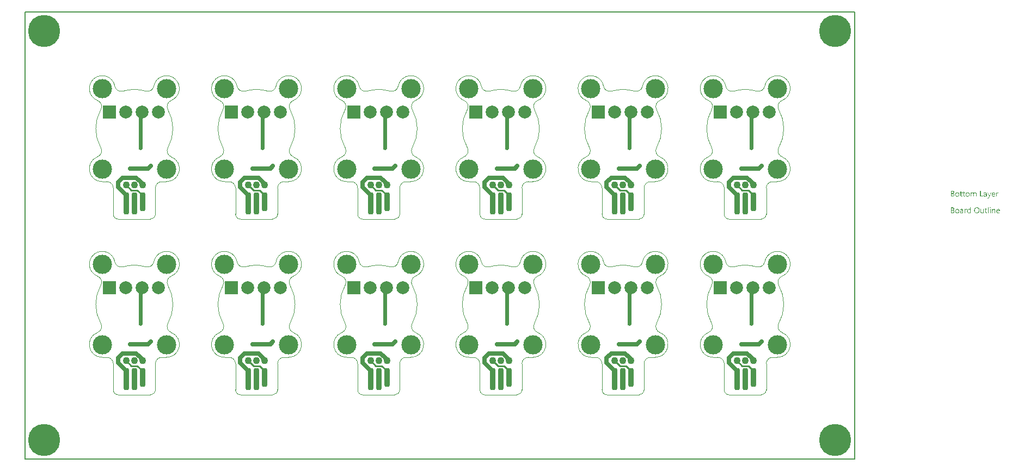
<source format=gbl>
G04*
G04 #@! TF.GenerationSoftware,Altium Limited,Altium Designer,21.3.2 (30)*
G04*
G04 Layer_Physical_Order=2*
G04 Layer_Color=16711680*
%FSAX25Y25*%
%MOIN*%
G70*
G04*
G04 #@! TF.SameCoordinates,57FAC1CB-812B-421D-9FDC-EB945B2EFB84*
G04*
G04*
G04 #@! TF.FilePolarity,Positive*
G04*
G01*
G75*
%ADD10C,0.07874*%
%ADD21C,0.02362*%
%ADD22C,0.02756*%
%ADD24C,0.00787*%
%ADD25C,0.00197*%
%ADD26C,0.19685*%
%ADD27R,0.07874X0.07874*%
%ADD29C,0.11811*%
%ADD30C,0.02362*%
G04:AMPARAMS|DCode=31|XSize=35.43mil|YSize=135.83mil|CornerRadius=13.82mil|HoleSize=0mil|Usage=FLASHONLY|Rotation=180.000|XOffset=0mil|YOffset=0mil|HoleType=Round|Shape=RoundedRectangle|*
%AMROUNDEDRECTD31*
21,1,0.03543,0.10819,0,0,180.0*
21,1,0.00780,0.13583,0,0,180.0*
1,1,0.02764,-0.00390,0.05409*
1,1,0.02764,0.00390,0.05409*
1,1,0.02764,0.00390,-0.05409*
1,1,0.02764,-0.00390,-0.05409*
%
%ADD31ROUNDEDRECTD31*%
G04:AMPARAMS|DCode=32|XSize=35.43mil|YSize=116.14mil|CornerRadius=13.82mil|HoleSize=0mil|Usage=FLASHONLY|Rotation=180.000|XOffset=0mil|YOffset=0mil|HoleType=Round|Shape=RoundedRectangle|*
%AMROUNDEDRECTD32*
21,1,0.03543,0.08850,0,0,180.0*
21,1,0.00780,0.11614,0,0,180.0*
1,1,0.02764,-0.00390,0.04425*
1,1,0.02764,0.00390,0.04425*
1,1,0.02764,0.00390,-0.04425*
1,1,0.02764,-0.00390,-0.04425*
%
%ADD32ROUNDEDRECTD32*%
%ADD33C,0.00984*%
%ADD34C,0.04331*%
G36*
X0562119Y0143804D02*
X0562138D01*
X0562159Y0143801D01*
X0562212Y0143792D01*
X0562274Y0143776D01*
X0562345Y0143755D01*
X0562419Y0143721D01*
X0562496Y0143681D01*
X0562536Y0143653D01*
X0562574Y0143625D01*
X0562611Y0143594D01*
X0562648Y0143557D01*
X0562685Y0143517D01*
X0562719Y0143473D01*
X0562750Y0143427D01*
X0562781Y0143375D01*
X0562808Y0143319D01*
X0562833Y0143257D01*
X0562855Y0143192D01*
X0562876Y0143121D01*
X0562889Y0143047D01*
X0562901Y0142964D01*
X0562907Y0142877D01*
X0562910Y0142784D01*
Y0141239D01*
X0562509D01*
Y0142679D01*
Y0142685D01*
Y0142698D01*
Y0142719D01*
X0562506Y0142747D01*
Y0142781D01*
X0562502Y0142822D01*
X0562499Y0142865D01*
X0562493Y0142911D01*
X0562478Y0143010D01*
X0562453Y0143109D01*
X0562441Y0143158D01*
X0562422Y0143202D01*
X0562400Y0143245D01*
X0562379Y0143282D01*
Y0143285D01*
X0562373Y0143291D01*
X0562366Y0143300D01*
X0562354Y0143310D01*
X0562342Y0143325D01*
X0562323Y0143341D01*
X0562302Y0143356D01*
X0562277Y0143375D01*
X0562249Y0143393D01*
X0562218Y0143409D01*
X0562181Y0143424D01*
X0562144Y0143439D01*
X0562101Y0143449D01*
X0562051Y0143458D01*
X0562002Y0143464D01*
X0561946Y0143467D01*
X0561922D01*
X0561903Y0143464D01*
X0561881Y0143461D01*
X0561857Y0143455D01*
X0561795Y0143439D01*
X0561761Y0143427D01*
X0561727Y0143409D01*
X0561690Y0143390D01*
X0561656Y0143368D01*
X0561619Y0143341D01*
X0561582Y0143310D01*
X0561545Y0143273D01*
X0561511Y0143233D01*
X0561508Y0143229D01*
X0561504Y0143223D01*
X0561495Y0143208D01*
X0561483Y0143192D01*
X0561470Y0143168D01*
X0561455Y0143140D01*
X0561436Y0143109D01*
X0561421Y0143075D01*
X0561406Y0143035D01*
X0561387Y0142991D01*
X0561372Y0142945D01*
X0561359Y0142896D01*
X0561347Y0142843D01*
X0561341Y0142788D01*
X0561335Y0142732D01*
X0561331Y0142670D01*
Y0141239D01*
X0560930D01*
Y0142729D01*
Y0142732D01*
Y0142738D01*
Y0142747D01*
Y0142760D01*
X0560927Y0142778D01*
Y0142797D01*
X0560920Y0142843D01*
X0560911Y0142899D01*
X0560899Y0142964D01*
X0560883Y0143028D01*
X0560859Y0143100D01*
X0560828Y0143168D01*
X0560791Y0143233D01*
X0560744Y0143297D01*
X0560689Y0143353D01*
X0560624Y0143399D01*
X0560587Y0143418D01*
X0560546Y0143436D01*
X0560503Y0143449D01*
X0560460Y0143458D01*
X0560411Y0143464D01*
X0560358Y0143467D01*
X0560333D01*
X0560315Y0143464D01*
X0560290Y0143461D01*
X0560265Y0143455D01*
X0560204Y0143439D01*
X0560170Y0143427D01*
X0560136Y0143412D01*
X0560099Y0143396D01*
X0560061Y0143375D01*
X0560024Y0143347D01*
X0559987Y0143319D01*
X0559953Y0143285D01*
X0559919Y0143245D01*
X0559916Y0143242D01*
X0559913Y0143236D01*
X0559904Y0143223D01*
X0559891Y0143205D01*
X0559879Y0143183D01*
X0559867Y0143158D01*
X0559851Y0143127D01*
X0559836Y0143090D01*
X0559817Y0143050D01*
X0559802Y0143007D01*
X0559790Y0142961D01*
X0559777Y0142911D01*
X0559765Y0142856D01*
X0559756Y0142797D01*
X0559752Y0142735D01*
X0559749Y0142670D01*
Y0141239D01*
X0559348D01*
Y0143748D01*
X0559749D01*
Y0143350D01*
X0559759D01*
X0559762Y0143356D01*
X0559771Y0143368D01*
X0559786Y0143393D01*
X0559808Y0143421D01*
X0559836Y0143455D01*
X0559870Y0143495D01*
X0559910Y0143535D01*
X0559956Y0143579D01*
X0560009Y0143622D01*
X0560068Y0143662D01*
X0560133Y0143702D01*
X0560201Y0143736D01*
X0560278Y0143764D01*
X0560361Y0143789D01*
X0560448Y0143801D01*
X0560540Y0143807D01*
X0560565D01*
X0560584Y0143804D01*
X0560605D01*
X0560633Y0143801D01*
X0560661Y0143795D01*
X0560692Y0143789D01*
X0560763Y0143773D01*
X0560837Y0143745D01*
X0560911Y0143711D01*
X0560948Y0143687D01*
X0560985Y0143662D01*
X0560988Y0143659D01*
X0560995Y0143656D01*
X0561004Y0143647D01*
X0561016Y0143637D01*
X0561050Y0143603D01*
X0561090Y0143563D01*
X0561134Y0143508D01*
X0561177Y0143443D01*
X0561217Y0143368D01*
X0561248Y0143285D01*
X0561251Y0143291D01*
X0561260Y0143307D01*
X0561279Y0143334D01*
X0561301Y0143365D01*
X0561331Y0143405D01*
X0561365Y0143452D01*
X0561409Y0143498D01*
X0561458Y0143548D01*
X0561514Y0143594D01*
X0561576Y0143643D01*
X0561644Y0143687D01*
X0561718Y0143727D01*
X0561801Y0143758D01*
X0561888Y0143786D01*
X0561983Y0143801D01*
X0562082Y0143807D01*
X0562104D01*
X0562119Y0143804D01*
D02*
G37*
G36*
X0576136Y0143789D02*
X0576170D01*
X0576207Y0143782D01*
X0576247Y0143776D01*
X0576287Y0143770D01*
X0576321Y0143758D01*
Y0143341D01*
X0576315Y0143344D01*
X0576302Y0143353D01*
X0576278Y0143365D01*
X0576244Y0143381D01*
X0576197Y0143396D01*
X0576148Y0143409D01*
X0576086Y0143418D01*
X0576015Y0143421D01*
X0575990D01*
X0575972Y0143418D01*
X0575950Y0143415D01*
X0575925Y0143409D01*
X0575867Y0143390D01*
X0575833Y0143378D01*
X0575799Y0143362D01*
X0575762Y0143341D01*
X0575725Y0143319D01*
X0575691Y0143291D01*
X0575654Y0143257D01*
X0575620Y0143220D01*
X0575586Y0143177D01*
X0575583Y0143174D01*
X0575579Y0143165D01*
X0575570Y0143152D01*
X0575558Y0143134D01*
X0575545Y0143109D01*
X0575530Y0143078D01*
X0575515Y0143044D01*
X0575499Y0143004D01*
X0575484Y0142961D01*
X0575468Y0142911D01*
X0575453Y0142856D01*
X0575440Y0142797D01*
X0575428Y0142732D01*
X0575419Y0142664D01*
X0575416Y0142593D01*
X0575413Y0142516D01*
Y0141239D01*
X0575011D01*
Y0143748D01*
X0575413D01*
Y0143229D01*
X0575422D01*
Y0143233D01*
X0575425Y0143242D01*
X0575431Y0143254D01*
X0575437Y0143273D01*
X0575447Y0143294D01*
X0575459Y0143322D01*
X0575487Y0143381D01*
X0575524Y0143449D01*
X0575570Y0143517D01*
X0575623Y0143582D01*
X0575684Y0143643D01*
X0575688Y0143647D01*
X0575694Y0143650D01*
X0575703Y0143656D01*
X0575715Y0143668D01*
X0575731Y0143677D01*
X0575752Y0143690D01*
X0575799Y0143718D01*
X0575857Y0143745D01*
X0575925Y0143770D01*
X0576000Y0143786D01*
X0576040Y0143789D01*
X0576080Y0143792D01*
X0576105D01*
X0576136Y0143789D01*
D02*
G37*
G36*
X0570802Y0140838D02*
Y0140835D01*
X0570799Y0140828D01*
X0570793Y0140819D01*
X0570787Y0140804D01*
X0570781Y0140785D01*
X0570771Y0140767D01*
X0570747Y0140717D01*
X0570713Y0140658D01*
X0570676Y0140591D01*
X0570629Y0140523D01*
X0570577Y0140448D01*
X0570518Y0140377D01*
X0570453Y0140306D01*
X0570382Y0140238D01*
X0570305Y0140180D01*
X0570221Y0140130D01*
X0570178Y0140112D01*
X0570132Y0140093D01*
X0570085Y0140078D01*
X0570036Y0140068D01*
X0569986Y0140062D01*
X0569934Y0140059D01*
X0569909D01*
X0569878Y0140062D01*
X0569841D01*
X0569801Y0140068D01*
X0569758Y0140075D01*
X0569711Y0140081D01*
X0569671Y0140093D01*
Y0140452D01*
X0569677Y0140448D01*
X0569693Y0140445D01*
X0569718Y0140439D01*
X0569748Y0140430D01*
X0569786Y0140421D01*
X0569826Y0140414D01*
X0569869Y0140411D01*
X0569909Y0140408D01*
X0569922D01*
X0569937Y0140411D01*
X0569959Y0140414D01*
X0569983Y0140421D01*
X0570014Y0140427D01*
X0570045Y0140439D01*
X0570082Y0140455D01*
X0570116Y0140473D01*
X0570156Y0140498D01*
X0570193Y0140526D01*
X0570231Y0140560D01*
X0570268Y0140603D01*
X0570305Y0140649D01*
X0570336Y0140705D01*
X0570367Y0140770D01*
X0570567Y0141243D01*
X0569588Y0143748D01*
X0570033D01*
X0570713Y0141817D01*
Y0141814D01*
X0570716Y0141808D01*
X0570719Y0141799D01*
X0570725Y0141780D01*
X0570731Y0141755D01*
X0570737Y0141721D01*
X0570750Y0141678D01*
X0570762Y0141626D01*
X0570778D01*
Y0141629D01*
X0570781Y0141638D01*
X0570784Y0141650D01*
X0570790Y0141672D01*
X0570796Y0141697D01*
X0570802Y0141728D01*
X0570815Y0141768D01*
X0570827Y0141811D01*
X0571541Y0143748D01*
X0571955D01*
X0570802Y0140838D01*
D02*
G37*
G36*
X0568355Y0143804D02*
X0568377D01*
X0568398Y0143801D01*
X0568426Y0143798D01*
X0568457Y0143792D01*
X0568522Y0143779D01*
X0568599Y0143758D01*
X0568676Y0143730D01*
X0568760Y0143690D01*
X0568843Y0143640D01*
X0568883Y0143613D01*
X0568924Y0143579D01*
X0568961Y0143542D01*
X0568998Y0143504D01*
X0569032Y0143461D01*
X0569063Y0143412D01*
X0569094Y0143362D01*
X0569121Y0143307D01*
X0569143Y0143245D01*
X0569165Y0143180D01*
X0569180Y0143112D01*
X0569192Y0143035D01*
X0569199Y0142957D01*
X0569202Y0142871D01*
Y0141239D01*
X0568800D01*
Y0141629D01*
X0568791D01*
X0568788Y0141623D01*
X0568778Y0141610D01*
X0568763Y0141589D01*
X0568741Y0141558D01*
X0568713Y0141524D01*
X0568679Y0141487D01*
X0568642Y0141446D01*
X0568596Y0141406D01*
X0568543Y0141363D01*
X0568488Y0141323D01*
X0568423Y0141286D01*
X0568355Y0141252D01*
X0568278Y0141221D01*
X0568197Y0141199D01*
X0568111Y0141187D01*
X0568018Y0141181D01*
X0567981D01*
X0567956Y0141184D01*
X0567926Y0141187D01*
X0567888Y0141190D01*
X0567848Y0141196D01*
X0567805Y0141205D01*
X0567709Y0141230D01*
X0567663Y0141246D01*
X0567613Y0141264D01*
X0567564Y0141286D01*
X0567518Y0141314D01*
X0567474Y0141344D01*
X0567431Y0141378D01*
X0567428Y0141382D01*
X0567422Y0141388D01*
X0567413Y0141400D01*
X0567397Y0141416D01*
X0567382Y0141434D01*
X0567366Y0141459D01*
X0567345Y0141487D01*
X0567326Y0141517D01*
X0567307Y0141555D01*
X0567289Y0141595D01*
X0567270Y0141638D01*
X0567255Y0141684D01*
X0567240Y0141734D01*
X0567230Y0141786D01*
X0567224Y0141845D01*
X0567221Y0141904D01*
Y0141907D01*
Y0141913D01*
Y0141922D01*
X0567224Y0141935D01*
Y0141950D01*
X0567227Y0141969D01*
X0567233Y0142015D01*
X0567246Y0142071D01*
X0567264Y0142132D01*
X0567289Y0142200D01*
X0567326Y0142271D01*
X0567369Y0142343D01*
X0567422Y0142414D01*
X0567456Y0142448D01*
X0567490Y0142482D01*
X0567530Y0142516D01*
X0567570Y0142546D01*
X0567616Y0142577D01*
X0567666Y0142605D01*
X0567718Y0142630D01*
X0567777Y0142655D01*
X0567839Y0142676D01*
X0567904Y0142695D01*
X0567975Y0142710D01*
X0568049Y0142723D01*
X0568800Y0142828D01*
Y0142831D01*
Y0142834D01*
Y0142843D01*
Y0142856D01*
X0568797Y0142886D01*
X0568791Y0142927D01*
X0568785Y0142976D01*
X0568772Y0143032D01*
X0568757Y0143087D01*
X0568735Y0143149D01*
X0568707Y0143208D01*
X0568673Y0143266D01*
X0568633Y0143319D01*
X0568584Y0143368D01*
X0568522Y0143409D01*
X0568454Y0143439D01*
X0568417Y0143452D01*
X0568373Y0143461D01*
X0568330Y0143464D01*
X0568284Y0143467D01*
X0568262D01*
X0568241Y0143464D01*
X0568207Y0143461D01*
X0568166Y0143458D01*
X0568120Y0143452D01*
X0568068Y0143443D01*
X0568012Y0143430D01*
X0567950Y0143412D01*
X0567885Y0143393D01*
X0567817Y0143368D01*
X0567746Y0143338D01*
X0567675Y0143300D01*
X0567604Y0143260D01*
X0567533Y0143214D01*
X0567465Y0143158D01*
Y0143569D01*
X0567468Y0143572D01*
X0567481Y0143579D01*
X0567502Y0143591D01*
X0567530Y0143606D01*
X0567567Y0143625D01*
X0567607Y0143643D01*
X0567657Y0143665D01*
X0567712Y0143690D01*
X0567771Y0143711D01*
X0567836Y0143733D01*
X0567907Y0143752D01*
X0567981Y0143770D01*
X0568061Y0143786D01*
X0568142Y0143798D01*
X0568228Y0143804D01*
X0568318Y0143807D01*
X0568339D01*
X0568355Y0143804D01*
D02*
G37*
G36*
X0565512Y0141610D02*
X0566924D01*
Y0141239D01*
X0565101D01*
Y0144753D01*
X0565512D01*
Y0141610D01*
D02*
G37*
G36*
X0548319Y0144750D02*
X0548356Y0144747D01*
X0548400Y0144740D01*
X0548449Y0144734D01*
X0548505Y0144725D01*
X0548560Y0144713D01*
X0548619Y0144697D01*
X0548681Y0144679D01*
X0548740Y0144657D01*
X0548801Y0144632D01*
X0548857Y0144601D01*
X0548913Y0144567D01*
X0548965Y0144527D01*
X0548968Y0144524D01*
X0548978Y0144518D01*
X0548990Y0144506D01*
X0549005Y0144487D01*
X0549027Y0144465D01*
X0549049Y0144438D01*
X0549073Y0144407D01*
X0549098Y0144373D01*
X0549123Y0144333D01*
X0549148Y0144289D01*
X0549169Y0144240D01*
X0549191Y0144190D01*
X0549206Y0144135D01*
X0549219Y0144076D01*
X0549228Y0144014D01*
X0549231Y0143949D01*
Y0143946D01*
Y0143937D01*
Y0143921D01*
X0549228Y0143900D01*
X0549225Y0143872D01*
X0549222Y0143844D01*
X0549219Y0143810D01*
X0549212Y0143773D01*
X0549191Y0143690D01*
X0549163Y0143603D01*
X0549144Y0143557D01*
X0549123Y0143514D01*
X0549098Y0143470D01*
X0549070Y0143427D01*
X0549067Y0143424D01*
X0549064Y0143418D01*
X0549055Y0143405D01*
X0549039Y0143390D01*
X0549024Y0143375D01*
X0549005Y0143353D01*
X0548981Y0143331D01*
X0548956Y0143307D01*
X0548925Y0143282D01*
X0548891Y0143254D01*
X0548854Y0143229D01*
X0548814Y0143202D01*
X0548771Y0143177D01*
X0548727Y0143155D01*
X0548625Y0143115D01*
Y0143106D01*
X0548628D01*
X0548641Y0143103D01*
X0548659Y0143100D01*
X0548684Y0143096D01*
X0548715Y0143090D01*
X0548749Y0143081D01*
X0548789Y0143069D01*
X0548829Y0143056D01*
X0548919Y0143022D01*
X0548968Y0143001D01*
X0549015Y0142973D01*
X0549061Y0142945D01*
X0549107Y0142914D01*
X0549154Y0142877D01*
X0549194Y0142837D01*
X0549197Y0142834D01*
X0549203Y0142828D01*
X0549212Y0142815D01*
X0549228Y0142797D01*
X0549243Y0142772D01*
X0549262Y0142747D01*
X0549280Y0142713D01*
X0549302Y0142679D01*
X0549321Y0142639D01*
X0549339Y0142593D01*
X0549358Y0142546D01*
X0549373Y0142494D01*
X0549389Y0142435D01*
X0549398Y0142376D01*
X0549404Y0142315D01*
X0549407Y0142247D01*
Y0142241D01*
Y0142228D01*
X0549404Y0142203D01*
X0549401Y0142173D01*
X0549398Y0142132D01*
X0549389Y0142089D01*
X0549379Y0142040D01*
X0549367Y0141987D01*
X0549348Y0141929D01*
X0549327Y0141870D01*
X0549302Y0141811D01*
X0549271Y0141749D01*
X0549234Y0141688D01*
X0549191Y0141629D01*
X0549141Y0141573D01*
X0549083Y0141517D01*
X0549080Y0141514D01*
X0549067Y0141505D01*
X0549049Y0141493D01*
X0549024Y0141474D01*
X0548993Y0141453D01*
X0548953Y0141431D01*
X0548910Y0141403D01*
X0548860Y0141378D01*
X0548801Y0141354D01*
X0548740Y0141329D01*
X0548675Y0141304D01*
X0548601Y0141283D01*
X0548523Y0141264D01*
X0548443Y0141252D01*
X0548356Y0141243D01*
X0548267Y0141239D01*
X0547244D01*
Y0144753D01*
X0548285D01*
X0548319Y0144750D01*
D02*
G37*
G36*
X0555238Y0143748D02*
X0555871D01*
Y0143402D01*
X0555238D01*
Y0141990D01*
Y0141987D01*
Y0141978D01*
Y0141966D01*
Y0141950D01*
X0555241Y0141929D01*
X0555244Y0141904D01*
X0555250Y0141851D01*
X0555260Y0141789D01*
X0555275Y0141731D01*
X0555297Y0141675D01*
X0555309Y0141650D01*
X0555324Y0141629D01*
X0555328Y0141626D01*
X0555340Y0141613D01*
X0555362Y0141595D01*
X0555392Y0141576D01*
X0555433Y0141555D01*
X0555482Y0141539D01*
X0555541Y0141527D01*
X0555609Y0141521D01*
X0555633D01*
X0555661Y0141524D01*
X0555698Y0141530D01*
X0555738Y0141542D01*
X0555785Y0141555D01*
X0555828Y0141576D01*
X0555871Y0141604D01*
Y0141261D01*
X0555868D01*
X0555865Y0141258D01*
X0555856Y0141255D01*
X0555847Y0141249D01*
X0555813Y0141236D01*
X0555772Y0141224D01*
X0555717Y0141212D01*
X0555652Y0141199D01*
X0555578Y0141190D01*
X0555494Y0141187D01*
X0555467D01*
X0555433Y0141193D01*
X0555392Y0141199D01*
X0555343Y0141209D01*
X0555287Y0141227D01*
X0555226Y0141249D01*
X0555167Y0141280D01*
X0555105Y0141317D01*
X0555043Y0141366D01*
X0554988Y0141425D01*
X0554963Y0141459D01*
X0554938Y0141496D01*
X0554917Y0141536D01*
X0554898Y0141579D01*
X0554880Y0141626D01*
X0554864Y0141678D01*
X0554852Y0141731D01*
X0554842Y0141789D01*
X0554839Y0141851D01*
X0554836Y0141919D01*
Y0143402D01*
X0554407D01*
Y0143748D01*
X0554836D01*
Y0144360D01*
X0555238Y0144490D01*
Y0143748D01*
D02*
G37*
G36*
X0553538D02*
X0554172D01*
Y0143402D01*
X0553538D01*
Y0141990D01*
Y0141987D01*
Y0141978D01*
Y0141966D01*
Y0141950D01*
X0553542Y0141929D01*
X0553545Y0141904D01*
X0553551Y0141851D01*
X0553560Y0141789D01*
X0553576Y0141731D01*
X0553597Y0141675D01*
X0553610Y0141650D01*
X0553625Y0141629D01*
X0553628Y0141626D01*
X0553640Y0141613D01*
X0553662Y0141595D01*
X0553693Y0141576D01*
X0553733Y0141555D01*
X0553783Y0141539D01*
X0553841Y0141527D01*
X0553909Y0141521D01*
X0553934D01*
X0553962Y0141524D01*
X0553999Y0141530D01*
X0554039Y0141542D01*
X0554085Y0141555D01*
X0554129Y0141576D01*
X0554172Y0141604D01*
Y0141261D01*
X0554169D01*
X0554166Y0141258D01*
X0554156Y0141255D01*
X0554147Y0141249D01*
X0554113Y0141236D01*
X0554073Y0141224D01*
X0554017Y0141212D01*
X0553953Y0141199D01*
X0553878Y0141190D01*
X0553795Y0141187D01*
X0553767D01*
X0553733Y0141193D01*
X0553693Y0141199D01*
X0553644Y0141209D01*
X0553588Y0141227D01*
X0553526Y0141249D01*
X0553467Y0141280D01*
X0553406Y0141317D01*
X0553344Y0141366D01*
X0553288Y0141425D01*
X0553263Y0141459D01*
X0553239Y0141496D01*
X0553217Y0141536D01*
X0553198Y0141579D01*
X0553180Y0141626D01*
X0553164Y0141678D01*
X0553152Y0141731D01*
X0553143Y0141789D01*
X0553140Y0141851D01*
X0553137Y0141919D01*
Y0143402D01*
X0552707D01*
Y0143748D01*
X0553137D01*
Y0144360D01*
X0553538Y0144490D01*
Y0143748D01*
D02*
G37*
G36*
X0573420Y0143804D02*
X0573454Y0143801D01*
X0573497Y0143798D01*
X0573543Y0143792D01*
X0573596Y0143779D01*
X0573651Y0143767D01*
X0573713Y0143752D01*
X0573775Y0143730D01*
X0573837Y0143702D01*
X0573902Y0143671D01*
X0573963Y0143634D01*
X0574022Y0143591D01*
X0574081Y0143542D01*
X0574133Y0143486D01*
X0574136Y0143483D01*
X0574146Y0143470D01*
X0574158Y0143452D01*
X0574177Y0143427D01*
X0574195Y0143396D01*
X0574220Y0143356D01*
X0574244Y0143310D01*
X0574269Y0143257D01*
X0574294Y0143195D01*
X0574319Y0143131D01*
X0574343Y0143056D01*
X0574362Y0142979D01*
X0574380Y0142893D01*
X0574393Y0142803D01*
X0574402Y0142704D01*
X0574405Y0142602D01*
Y0142392D01*
X0572632D01*
Y0142386D01*
Y0142374D01*
X0572635Y0142352D01*
X0572638Y0142324D01*
X0572641Y0142287D01*
X0572647Y0142247D01*
X0572653Y0142203D01*
X0572666Y0142154D01*
X0572693Y0142049D01*
X0572712Y0141997D01*
X0572733Y0141941D01*
X0572758Y0141888D01*
X0572786Y0141836D01*
X0572820Y0141789D01*
X0572857Y0141743D01*
X0572860Y0141740D01*
X0572866Y0141734D01*
X0572879Y0141721D01*
X0572897Y0141709D01*
X0572919Y0141691D01*
X0572947Y0141672D01*
X0572978Y0141650D01*
X0573012Y0141632D01*
X0573052Y0141610D01*
X0573098Y0141589D01*
X0573144Y0141570D01*
X0573200Y0141551D01*
X0573256Y0141539D01*
X0573317Y0141527D01*
X0573382Y0141521D01*
X0573450Y0141517D01*
X0573469D01*
X0573490Y0141521D01*
X0573521D01*
X0573559Y0141527D01*
X0573602Y0141533D01*
X0573651Y0141542D01*
X0573707Y0141551D01*
X0573766Y0141567D01*
X0573827Y0141586D01*
X0573892Y0141607D01*
X0573957Y0141635D01*
X0574025Y0141666D01*
X0574093Y0141703D01*
X0574161Y0141746D01*
X0574229Y0141796D01*
Y0141419D01*
X0574226Y0141416D01*
X0574214Y0141409D01*
X0574195Y0141397D01*
X0574170Y0141382D01*
X0574136Y0141363D01*
X0574096Y0141344D01*
X0574050Y0141323D01*
X0573997Y0141301D01*
X0573936Y0141277D01*
X0573871Y0141255D01*
X0573800Y0141236D01*
X0573722Y0141218D01*
X0573639Y0141202D01*
X0573549Y0141190D01*
X0573454Y0141184D01*
X0573355Y0141181D01*
X0573330D01*
X0573305Y0141184D01*
X0573268Y0141187D01*
X0573222Y0141190D01*
X0573169Y0141199D01*
X0573114Y0141209D01*
X0573052Y0141224D01*
X0572987Y0141243D01*
X0572919Y0141264D01*
X0572848Y0141292D01*
X0572780Y0141323D01*
X0572709Y0141363D01*
X0572644Y0141409D01*
X0572579Y0141462D01*
X0572520Y0141521D01*
X0572517Y0141524D01*
X0572508Y0141536D01*
X0572493Y0141558D01*
X0572474Y0141586D01*
X0572449Y0141620D01*
X0572425Y0141663D01*
X0572397Y0141712D01*
X0572369Y0141771D01*
X0572341Y0141833D01*
X0572313Y0141907D01*
X0572289Y0141984D01*
X0572264Y0142071D01*
X0572245Y0142163D01*
X0572230Y0142262D01*
X0572221Y0142370D01*
X0572218Y0142482D01*
Y0142485D01*
Y0142488D01*
Y0142497D01*
Y0142506D01*
X0572221Y0142537D01*
X0572224Y0142580D01*
X0572227Y0142630D01*
X0572236Y0142685D01*
X0572245Y0142750D01*
X0572258Y0142822D01*
X0572276Y0142896D01*
X0572298Y0142973D01*
X0572326Y0143053D01*
X0572357Y0143134D01*
X0572394Y0143211D01*
X0572440Y0143291D01*
X0572489Y0143365D01*
X0572548Y0143436D01*
X0572551Y0143439D01*
X0572564Y0143452D01*
X0572582Y0143470D01*
X0572607Y0143495D01*
X0572641Y0143523D01*
X0572681Y0143554D01*
X0572724Y0143588D01*
X0572777Y0143622D01*
X0572832Y0143656D01*
X0572897Y0143690D01*
X0572965Y0143721D01*
X0573036Y0143748D01*
X0573114Y0143773D01*
X0573197Y0143792D01*
X0573283Y0143804D01*
X0573373Y0143807D01*
X0573395D01*
X0573420Y0143804D01*
D02*
G37*
G36*
X0557568D02*
X0557608Y0143801D01*
X0557654Y0143798D01*
X0557710Y0143789D01*
X0557769Y0143779D01*
X0557833Y0143764D01*
X0557905Y0143745D01*
X0557976Y0143724D01*
X0558047Y0143696D01*
X0558121Y0143662D01*
X0558192Y0143622D01*
X0558263Y0143576D01*
X0558328Y0143523D01*
X0558390Y0143461D01*
X0558393Y0143458D01*
X0558402Y0143446D01*
X0558418Y0143424D01*
X0558439Y0143396D01*
X0558464Y0143362D01*
X0558489Y0143319D01*
X0558520Y0143270D01*
X0558547Y0143211D01*
X0558578Y0143146D01*
X0558606Y0143075D01*
X0558631Y0142998D01*
X0558656Y0142911D01*
X0558677Y0142818D01*
X0558693Y0142719D01*
X0558702Y0142614D01*
X0558705Y0142503D01*
Y0142500D01*
Y0142497D01*
Y0142488D01*
Y0142475D01*
X0558702Y0142445D01*
X0558699Y0142404D01*
X0558696Y0142352D01*
X0558686Y0142293D01*
X0558677Y0142228D01*
X0558662Y0142157D01*
X0558643Y0142083D01*
X0558622Y0142003D01*
X0558594Y0141922D01*
X0558563Y0141842D01*
X0558523Y0141762D01*
X0558476Y0141684D01*
X0558424Y0141610D01*
X0558365Y0141539D01*
X0558362Y0141536D01*
X0558350Y0141524D01*
X0558331Y0141505D01*
X0558303Y0141483D01*
X0558269Y0141456D01*
X0558229Y0141425D01*
X0558180Y0141394D01*
X0558124Y0141360D01*
X0558062Y0141326D01*
X0557994Y0141295D01*
X0557920Y0141264D01*
X0557840Y0141236D01*
X0557750Y0141215D01*
X0557657Y0141196D01*
X0557562Y0141184D01*
X0557456Y0141181D01*
X0557432D01*
X0557404Y0141184D01*
X0557364Y0141187D01*
X0557317Y0141190D01*
X0557262Y0141199D01*
X0557203Y0141209D01*
X0557138Y0141224D01*
X0557067Y0141243D01*
X0556996Y0141267D01*
X0556922Y0141295D01*
X0556848Y0141329D01*
X0556774Y0141369D01*
X0556700Y0141416D01*
X0556632Y0141468D01*
X0556567Y0141530D01*
X0556564Y0141533D01*
X0556551Y0141545D01*
X0556536Y0141567D01*
X0556514Y0141595D01*
X0556489Y0141629D01*
X0556461Y0141672D01*
X0556434Y0141721D01*
X0556403Y0141780D01*
X0556372Y0141842D01*
X0556341Y0141913D01*
X0556313Y0141990D01*
X0556288Y0142074D01*
X0556267Y0142160D01*
X0556251Y0142256D01*
X0556239Y0142358D01*
X0556236Y0142463D01*
Y0142466D01*
Y0142469D01*
Y0142479D01*
Y0142491D01*
X0556239Y0142525D01*
X0556242Y0142568D01*
X0556245Y0142621D01*
X0556254Y0142682D01*
X0556264Y0142750D01*
X0556279Y0142825D01*
X0556298Y0142902D01*
X0556319Y0142982D01*
X0556347Y0143066D01*
X0556381Y0143149D01*
X0556421Y0143229D01*
X0556465Y0143307D01*
X0556517Y0143381D01*
X0556579Y0143452D01*
X0556582Y0143455D01*
X0556594Y0143467D01*
X0556616Y0143486D01*
X0556644Y0143508D01*
X0556678Y0143535D01*
X0556721Y0143563D01*
X0556771Y0143597D01*
X0556826Y0143631D01*
X0556888Y0143662D01*
X0556959Y0143696D01*
X0557036Y0143724D01*
X0557120Y0143752D01*
X0557209Y0143773D01*
X0557305Y0143792D01*
X0557407Y0143804D01*
X0557515Y0143807D01*
X0557540D01*
X0557568Y0143804D01*
D02*
G37*
G36*
X0551227D02*
X0551267Y0143801D01*
X0551314Y0143798D01*
X0551369Y0143789D01*
X0551428Y0143779D01*
X0551493Y0143764D01*
X0551564Y0143745D01*
X0551635Y0143724D01*
X0551706Y0143696D01*
X0551780Y0143662D01*
X0551851Y0143622D01*
X0551922Y0143576D01*
X0551987Y0143523D01*
X0552049Y0143461D01*
X0552052Y0143458D01*
X0552061Y0143446D01*
X0552077Y0143424D01*
X0552099Y0143396D01*
X0552123Y0143362D01*
X0552148Y0143319D01*
X0552179Y0143270D01*
X0552207Y0143211D01*
X0552238Y0143146D01*
X0552265Y0143075D01*
X0552290Y0142998D01*
X0552315Y0142911D01*
X0552336Y0142818D01*
X0552352Y0142719D01*
X0552361Y0142614D01*
X0552364Y0142503D01*
Y0142500D01*
Y0142497D01*
Y0142488D01*
Y0142475D01*
X0552361Y0142445D01*
X0552358Y0142404D01*
X0552355Y0142352D01*
X0552346Y0142293D01*
X0552336Y0142228D01*
X0552321Y0142157D01*
X0552302Y0142083D01*
X0552281Y0142003D01*
X0552253Y0141922D01*
X0552222Y0141842D01*
X0552182Y0141762D01*
X0552136Y0141684D01*
X0552083Y0141610D01*
X0552024Y0141539D01*
X0552021Y0141536D01*
X0552009Y0141524D01*
X0551990Y0141505D01*
X0551963Y0141483D01*
X0551929Y0141456D01*
X0551888Y0141425D01*
X0551839Y0141394D01*
X0551783Y0141360D01*
X0551721Y0141326D01*
X0551653Y0141295D01*
X0551579Y0141264D01*
X0551499Y0141236D01*
X0551409Y0141215D01*
X0551317Y0141196D01*
X0551221Y0141184D01*
X0551116Y0141181D01*
X0551091D01*
X0551063Y0141184D01*
X0551023Y0141187D01*
X0550977Y0141190D01*
X0550921Y0141199D01*
X0550863Y0141209D01*
X0550798Y0141224D01*
X0550727Y0141243D01*
X0550655Y0141267D01*
X0550581Y0141295D01*
X0550507Y0141329D01*
X0550433Y0141369D01*
X0550359Y0141416D01*
X0550291Y0141468D01*
X0550226Y0141530D01*
X0550223Y0141533D01*
X0550211Y0141545D01*
X0550195Y0141567D01*
X0550173Y0141595D01*
X0550149Y0141629D01*
X0550121Y0141672D01*
X0550093Y0141721D01*
X0550062Y0141780D01*
X0550031Y0141842D01*
X0550000Y0141913D01*
X0549972Y0141990D01*
X0549948Y0142074D01*
X0549926Y0142160D01*
X0549911Y0142256D01*
X0549898Y0142358D01*
X0549895Y0142463D01*
Y0142466D01*
Y0142469D01*
Y0142479D01*
Y0142491D01*
X0549898Y0142525D01*
X0549901Y0142568D01*
X0549905Y0142621D01*
X0549914Y0142682D01*
X0549923Y0142750D01*
X0549939Y0142825D01*
X0549957Y0142902D01*
X0549979Y0142982D01*
X0550006Y0143066D01*
X0550040Y0143149D01*
X0550081Y0143229D01*
X0550124Y0143307D01*
X0550176Y0143381D01*
X0550238Y0143452D01*
X0550241Y0143455D01*
X0550254Y0143467D01*
X0550275Y0143486D01*
X0550303Y0143508D01*
X0550337Y0143535D01*
X0550380Y0143563D01*
X0550430Y0143597D01*
X0550486Y0143631D01*
X0550547Y0143662D01*
X0550618Y0143696D01*
X0550696Y0143724D01*
X0550779Y0143752D01*
X0550869Y0143773D01*
X0550964Y0143792D01*
X0551066Y0143804D01*
X0551175Y0143807D01*
X0551199D01*
X0551227Y0143804D01*
D02*
G37*
G36*
X0571414Y0134727D02*
X0571442Y0134721D01*
X0571470Y0134712D01*
X0571501Y0134696D01*
X0571531Y0134678D01*
X0571562Y0134653D01*
X0571565Y0134650D01*
X0571575Y0134641D01*
X0571587Y0134625D01*
X0571602Y0134604D01*
X0571615Y0134576D01*
X0571627Y0134545D01*
X0571636Y0134508D01*
X0571640Y0134468D01*
Y0134462D01*
Y0134449D01*
X0571636Y0134431D01*
X0571630Y0134403D01*
X0571621Y0134375D01*
X0571606Y0134344D01*
X0571587Y0134313D01*
X0571562Y0134282D01*
X0571559Y0134279D01*
X0571550Y0134270D01*
X0571531Y0134258D01*
X0571510Y0134245D01*
X0571482Y0134233D01*
X0571451Y0134221D01*
X0571417Y0134211D01*
X0571377Y0134208D01*
X0571358D01*
X0571340Y0134211D01*
X0571312Y0134218D01*
X0571284Y0134227D01*
X0571253Y0134239D01*
X0571222Y0134255D01*
X0571192Y0134279D01*
X0571188Y0134282D01*
X0571179Y0134292D01*
X0571167Y0134310D01*
X0571154Y0134332D01*
X0571142Y0134357D01*
X0571130Y0134391D01*
X0571121Y0134428D01*
X0571117Y0134468D01*
Y0134474D01*
Y0134486D01*
X0571121Y0134508D01*
X0571127Y0134533D01*
X0571136Y0134564D01*
X0571148Y0134595D01*
X0571167Y0134625D01*
X0571192Y0134653D01*
X0571195Y0134656D01*
X0571204Y0134666D01*
X0571222Y0134678D01*
X0571244Y0134693D01*
X0571272Y0134706D01*
X0571303Y0134718D01*
X0571337Y0134727D01*
X0571377Y0134731D01*
X0571395D01*
X0571414Y0134727D01*
D02*
G37*
G36*
X0559446Y0131063D02*
X0559045D01*
Y0131486D01*
X0559035D01*
X0559032Y0131480D01*
X0559023Y0131464D01*
X0559005Y0131443D01*
X0558983Y0131412D01*
X0558952Y0131375D01*
X0558918Y0131334D01*
X0558875Y0131291D01*
X0558822Y0131245D01*
X0558767Y0131199D01*
X0558702Y0131155D01*
X0558631Y0131115D01*
X0558554Y0131078D01*
X0558470Y0131047D01*
X0558377Y0131026D01*
X0558279Y0131010D01*
X0558173Y0131004D01*
X0558152D01*
X0558127Y0131007D01*
X0558096Y0131010D01*
X0558056Y0131013D01*
X0558010Y0131023D01*
X0557957Y0131032D01*
X0557901Y0131047D01*
X0557843Y0131063D01*
X0557781Y0131087D01*
X0557719Y0131112D01*
X0557654Y0131146D01*
X0557592Y0131183D01*
X0557531Y0131229D01*
X0557472Y0131282D01*
X0557416Y0131341D01*
X0557413Y0131344D01*
X0557404Y0131356D01*
X0557392Y0131375D01*
X0557373Y0131403D01*
X0557351Y0131437D01*
X0557327Y0131477D01*
X0557302Y0131526D01*
X0557277Y0131582D01*
X0557249Y0131644D01*
X0557225Y0131711D01*
X0557200Y0131789D01*
X0557178Y0131869D01*
X0557160Y0131956D01*
X0557148Y0132051D01*
X0557138Y0132150D01*
X0557135Y0132255D01*
Y0132258D01*
Y0132262D01*
Y0132271D01*
Y0132283D01*
X0557138Y0132314D01*
X0557141Y0132357D01*
X0557144Y0132413D01*
X0557151Y0132472D01*
X0557160Y0132540D01*
X0557175Y0132614D01*
X0557191Y0132691D01*
X0557212Y0132774D01*
X0557237Y0132855D01*
X0557268Y0132941D01*
X0557302Y0133022D01*
X0557345Y0133102D01*
X0557392Y0133179D01*
X0557447Y0133253D01*
X0557450Y0133256D01*
X0557463Y0133269D01*
X0557481Y0133287D01*
X0557506Y0133312D01*
X0557537Y0133340D01*
X0557574Y0133374D01*
X0557620Y0133408D01*
X0557670Y0133442D01*
X0557728Y0133476D01*
X0557790Y0133510D01*
X0557858Y0133544D01*
X0557932Y0133572D01*
X0558013Y0133596D01*
X0558099Y0133615D01*
X0558189Y0133627D01*
X0558285Y0133630D01*
X0558306D01*
X0558334Y0133627D01*
X0558368Y0133624D01*
X0558411Y0133618D01*
X0558461Y0133609D01*
X0558513Y0133596D01*
X0558572Y0133581D01*
X0558634Y0133559D01*
X0558696Y0133531D01*
X0558757Y0133498D01*
X0558819Y0133457D01*
X0558878Y0133411D01*
X0558937Y0133359D01*
X0558989Y0133294D01*
X0559035Y0133222D01*
X0559045D01*
Y0134777D01*
X0559446D01*
Y0131063D01*
D02*
G37*
G36*
X0573661Y0133627D02*
X0573688D01*
X0573722Y0133621D01*
X0573763Y0133615D01*
X0573806Y0133609D01*
X0573852Y0133596D01*
X0573902Y0133584D01*
X0573954Y0133565D01*
X0574007Y0133544D01*
X0574059Y0133516D01*
X0574109Y0133485D01*
X0574158Y0133451D01*
X0574204Y0133408D01*
X0574248Y0133362D01*
X0574251Y0133359D01*
X0574257Y0133349D01*
X0574269Y0133334D01*
X0574282Y0133312D01*
X0574297Y0133284D01*
X0574316Y0133250D01*
X0574337Y0133210D01*
X0574359Y0133167D01*
X0574377Y0133114D01*
X0574399Y0133059D01*
X0574417Y0132994D01*
X0574433Y0132926D01*
X0574445Y0132852D01*
X0574458Y0132771D01*
X0574464Y0132688D01*
X0574467Y0132595D01*
Y0131063D01*
X0574065D01*
Y0132493D01*
Y0132496D01*
Y0132503D01*
Y0132512D01*
Y0132527D01*
X0574062Y0132546D01*
Y0132568D01*
X0574056Y0132617D01*
X0574047Y0132679D01*
X0574034Y0132747D01*
X0574016Y0132818D01*
X0573991Y0132892D01*
X0573960Y0132966D01*
X0573923Y0133037D01*
X0573877Y0133105D01*
X0573818Y0133167D01*
X0573753Y0133216D01*
X0573716Y0133238D01*
X0573673Y0133256D01*
X0573630Y0133272D01*
X0573583Y0133281D01*
X0573534Y0133287D01*
X0573481Y0133291D01*
X0573454D01*
X0573432Y0133287D01*
X0573407Y0133284D01*
X0573376Y0133278D01*
X0573342Y0133272D01*
X0573308Y0133263D01*
X0573268Y0133250D01*
X0573228Y0133235D01*
X0573188Y0133216D01*
X0573144Y0133195D01*
X0573104Y0133167D01*
X0573061Y0133136D01*
X0573021Y0133102D01*
X0572984Y0133062D01*
X0572981Y0133059D01*
X0572974Y0133053D01*
X0572965Y0133040D01*
X0572953Y0133022D01*
X0572937Y0133000D01*
X0572922Y0132972D01*
X0572903Y0132941D01*
X0572885Y0132907D01*
X0572866Y0132867D01*
X0572848Y0132824D01*
X0572832Y0132778D01*
X0572817Y0132728D01*
X0572805Y0132673D01*
X0572795Y0132617D01*
X0572789Y0132555D01*
X0572786Y0132493D01*
Y0131063D01*
X0572384D01*
Y0133572D01*
X0572786D01*
Y0133155D01*
X0572795D01*
X0572798Y0133161D01*
X0572808Y0133176D01*
X0572826Y0133198D01*
X0572848Y0133229D01*
X0572879Y0133266D01*
X0572913Y0133306D01*
X0572956Y0133349D01*
X0573005Y0133393D01*
X0573061Y0133436D01*
X0573123Y0133479D01*
X0573191Y0133519D01*
X0573262Y0133556D01*
X0573342Y0133587D01*
X0573429Y0133609D01*
X0573521Y0133624D01*
X0573620Y0133630D01*
X0573639D01*
X0573661Y0133627D01*
D02*
G37*
G36*
X0556684Y0133612D02*
X0556718D01*
X0556755Y0133606D01*
X0556795Y0133599D01*
X0556835Y0133593D01*
X0556869Y0133581D01*
Y0133164D01*
X0556863Y0133167D01*
X0556851Y0133176D01*
X0556826Y0133189D01*
X0556792Y0133204D01*
X0556746Y0133220D01*
X0556696Y0133232D01*
X0556635Y0133241D01*
X0556564Y0133244D01*
X0556539D01*
X0556520Y0133241D01*
X0556499Y0133238D01*
X0556474Y0133232D01*
X0556415Y0133213D01*
X0556381Y0133201D01*
X0556347Y0133186D01*
X0556310Y0133164D01*
X0556273Y0133142D01*
X0556239Y0133114D01*
X0556202Y0133080D01*
X0556168Y0133043D01*
X0556134Y0133000D01*
X0556131Y0132997D01*
X0556128Y0132988D01*
X0556119Y0132975D01*
X0556106Y0132957D01*
X0556094Y0132932D01*
X0556078Y0132901D01*
X0556063Y0132867D01*
X0556047Y0132827D01*
X0556032Y0132784D01*
X0556017Y0132734D01*
X0556001Y0132679D01*
X0555989Y0132620D01*
X0555976Y0132555D01*
X0555967Y0132487D01*
X0555964Y0132416D01*
X0555961Y0132339D01*
Y0131063D01*
X0555559D01*
Y0133572D01*
X0555961D01*
Y0133053D01*
X0555970D01*
Y0133056D01*
X0555973Y0133065D01*
X0555979Y0133077D01*
X0555986Y0133096D01*
X0555995Y0133117D01*
X0556007Y0133145D01*
X0556035Y0133204D01*
X0556072Y0133272D01*
X0556119Y0133340D01*
X0556171Y0133405D01*
X0556233Y0133467D01*
X0556236Y0133470D01*
X0556242Y0133473D01*
X0556251Y0133479D01*
X0556264Y0133491D01*
X0556279Y0133501D01*
X0556301Y0133513D01*
X0556347Y0133541D01*
X0556406Y0133569D01*
X0556474Y0133593D01*
X0556548Y0133609D01*
X0556588Y0133612D01*
X0556628Y0133615D01*
X0556653D01*
X0556684Y0133612D01*
D02*
G37*
G36*
X0567447Y0131063D02*
X0567045D01*
Y0131458D01*
X0567035D01*
X0567032Y0131452D01*
X0567023Y0131440D01*
X0567008Y0131415D01*
X0566989Y0131387D01*
X0566961Y0131353D01*
X0566927Y0131316D01*
X0566890Y0131273D01*
X0566844Y0131233D01*
X0566794Y0131189D01*
X0566736Y0131149D01*
X0566674Y0131109D01*
X0566603Y0131075D01*
X0566526Y0131047D01*
X0566445Y0131023D01*
X0566356Y0131010D01*
X0566260Y0131004D01*
X0566238D01*
X0566223Y0131007D01*
X0566201D01*
X0566177Y0131010D01*
X0566149Y0131016D01*
X0566121Y0131019D01*
X0566053Y0131038D01*
X0565976Y0131060D01*
X0565895Y0131094D01*
X0565855Y0131115D01*
X0565812Y0131137D01*
X0565769Y0131165D01*
X0565729Y0131192D01*
X0565688Y0131226D01*
X0565648Y0131263D01*
X0565608Y0131307D01*
X0565571Y0131350D01*
X0565537Y0131399D01*
X0565503Y0131455D01*
X0565475Y0131514D01*
X0565447Y0131576D01*
X0565422Y0131644D01*
X0565401Y0131718D01*
X0565385Y0131798D01*
X0565373Y0131881D01*
X0565367Y0131974D01*
X0565364Y0132070D01*
Y0133572D01*
X0565762D01*
Y0132135D01*
Y0132132D01*
Y0132126D01*
Y0132116D01*
Y0132101D01*
X0565765Y0132082D01*
Y0132061D01*
X0565772Y0132011D01*
X0565781Y0131949D01*
X0565793Y0131885D01*
X0565815Y0131810D01*
X0565840Y0131739D01*
X0565871Y0131665D01*
X0565911Y0131591D01*
X0565960Y0131526D01*
X0566019Y0131464D01*
X0566090Y0131415D01*
X0566127Y0131393D01*
X0566170Y0131375D01*
X0566217Y0131359D01*
X0566263Y0131350D01*
X0566316Y0131344D01*
X0566371Y0131341D01*
X0566399D01*
X0566421Y0131344D01*
X0566445Y0131347D01*
X0566473Y0131353D01*
X0566507Y0131359D01*
X0566541Y0131369D01*
X0566578Y0131378D01*
X0566618Y0131393D01*
X0566659Y0131412D01*
X0566699Y0131433D01*
X0566739Y0131458D01*
X0566779Y0131486D01*
X0566816Y0131520D01*
X0566853Y0131557D01*
X0566856Y0131560D01*
X0566862Y0131566D01*
X0566872Y0131579D01*
X0566884Y0131597D01*
X0566896Y0131619D01*
X0566915Y0131644D01*
X0566930Y0131675D01*
X0566949Y0131708D01*
X0566968Y0131749D01*
X0566983Y0131792D01*
X0567001Y0131838D01*
X0567014Y0131888D01*
X0567026Y0131943D01*
X0567035Y0131999D01*
X0567042Y0132061D01*
X0567045Y0132126D01*
Y0133572D01*
X0567447D01*
Y0131063D01*
D02*
G37*
G36*
X0571572D02*
X0571170D01*
Y0133572D01*
X0571572D01*
Y0131063D01*
D02*
G37*
G36*
X0570357D02*
X0569956D01*
Y0134777D01*
X0570357D01*
Y0131063D01*
D02*
G37*
G36*
X0553956Y0133627D02*
X0553977D01*
X0553999Y0133624D01*
X0554027Y0133621D01*
X0554058Y0133615D01*
X0554122Y0133603D01*
X0554200Y0133581D01*
X0554277Y0133553D01*
X0554360Y0133513D01*
X0554444Y0133464D01*
X0554484Y0133436D01*
X0554524Y0133402D01*
X0554561Y0133365D01*
X0554598Y0133328D01*
X0554632Y0133284D01*
X0554663Y0133235D01*
X0554694Y0133186D01*
X0554722Y0133130D01*
X0554743Y0133068D01*
X0554765Y0133003D01*
X0554781Y0132935D01*
X0554793Y0132858D01*
X0554799Y0132781D01*
X0554802Y0132694D01*
Y0131063D01*
X0554400D01*
Y0131452D01*
X0554391D01*
X0554388Y0131446D01*
X0554379Y0131433D01*
X0554363Y0131412D01*
X0554342Y0131381D01*
X0554314Y0131347D01*
X0554280Y0131310D01*
X0554243Y0131270D01*
X0554197Y0131229D01*
X0554144Y0131186D01*
X0554088Y0131146D01*
X0554024Y0131109D01*
X0553956Y0131075D01*
X0553878Y0131044D01*
X0553798Y0131023D01*
X0553711Y0131010D01*
X0553619Y0131004D01*
X0553582D01*
X0553557Y0131007D01*
X0553526Y0131010D01*
X0553489Y0131013D01*
X0553449Y0131019D01*
X0553406Y0131029D01*
X0553310Y0131053D01*
X0553263Y0131069D01*
X0553214Y0131087D01*
X0553164Y0131109D01*
X0553118Y0131137D01*
X0553075Y0131168D01*
X0553032Y0131202D01*
X0553029Y0131205D01*
X0553022Y0131211D01*
X0553013Y0131223D01*
X0552998Y0131239D01*
X0552982Y0131257D01*
X0552967Y0131282D01*
X0552945Y0131310D01*
X0552927Y0131341D01*
X0552908Y0131378D01*
X0552889Y0131418D01*
X0552871Y0131461D01*
X0552855Y0131508D01*
X0552840Y0131557D01*
X0552831Y0131610D01*
X0552825Y0131668D01*
X0552821Y0131727D01*
Y0131730D01*
Y0131736D01*
Y0131746D01*
X0552825Y0131758D01*
Y0131773D01*
X0552828Y0131792D01*
X0552834Y0131838D01*
X0552846Y0131894D01*
X0552865Y0131956D01*
X0552889Y0132024D01*
X0552927Y0132095D01*
X0552970Y0132166D01*
X0553022Y0132237D01*
X0553056Y0132271D01*
X0553090Y0132305D01*
X0553130Y0132339D01*
X0553171Y0132370D01*
X0553217Y0132401D01*
X0553266Y0132428D01*
X0553319Y0132453D01*
X0553378Y0132478D01*
X0553440Y0132500D01*
X0553504Y0132518D01*
X0553576Y0132534D01*
X0553650Y0132546D01*
X0554400Y0132651D01*
Y0132654D01*
Y0132657D01*
Y0132666D01*
Y0132679D01*
X0554397Y0132710D01*
X0554391Y0132750D01*
X0554385Y0132799D01*
X0554373Y0132855D01*
X0554357Y0132910D01*
X0554336Y0132972D01*
X0554308Y0133031D01*
X0554274Y0133090D01*
X0554234Y0133142D01*
X0554184Y0133192D01*
X0554122Y0133232D01*
X0554054Y0133263D01*
X0554017Y0133275D01*
X0553974Y0133284D01*
X0553931Y0133287D01*
X0553885Y0133291D01*
X0553863D01*
X0553841Y0133287D01*
X0553807Y0133284D01*
X0553767Y0133281D01*
X0553721Y0133275D01*
X0553668Y0133266D01*
X0553613Y0133253D01*
X0553551Y0133235D01*
X0553486Y0133216D01*
X0553418Y0133192D01*
X0553347Y0133161D01*
X0553276Y0133124D01*
X0553205Y0133083D01*
X0553134Y0133037D01*
X0553066Y0132982D01*
Y0133393D01*
X0553069Y0133396D01*
X0553081Y0133402D01*
X0553103Y0133414D01*
X0553130Y0133430D01*
X0553168Y0133448D01*
X0553208Y0133467D01*
X0553257Y0133488D01*
X0553313Y0133513D01*
X0553372Y0133535D01*
X0553436Y0133556D01*
X0553508Y0133575D01*
X0553582Y0133593D01*
X0553662Y0133609D01*
X0553742Y0133621D01*
X0553829Y0133627D01*
X0553919Y0133630D01*
X0553940D01*
X0553956Y0133627D01*
D02*
G37*
G36*
X0548319Y0134573D02*
X0548356Y0134570D01*
X0548400Y0134564D01*
X0548449Y0134557D01*
X0548505Y0134548D01*
X0548560Y0134536D01*
X0548619Y0134520D01*
X0548681Y0134502D01*
X0548740Y0134480D01*
X0548801Y0134455D01*
X0548857Y0134424D01*
X0548913Y0134391D01*
X0548965Y0134350D01*
X0548968Y0134347D01*
X0548978Y0134341D01*
X0548990Y0134329D01*
X0549005Y0134310D01*
X0549027Y0134289D01*
X0549049Y0134261D01*
X0549073Y0134230D01*
X0549098Y0134196D01*
X0549123Y0134156D01*
X0549148Y0134113D01*
X0549169Y0134063D01*
X0549191Y0134014D01*
X0549206Y0133958D01*
X0549219Y0133899D01*
X0549228Y0133837D01*
X0549231Y0133773D01*
Y0133770D01*
Y0133760D01*
Y0133745D01*
X0549228Y0133723D01*
X0549225Y0133695D01*
X0549222Y0133668D01*
X0549219Y0133633D01*
X0549212Y0133596D01*
X0549191Y0133513D01*
X0549163Y0133426D01*
X0549144Y0133380D01*
X0549123Y0133337D01*
X0549098Y0133294D01*
X0549070Y0133250D01*
X0549067Y0133247D01*
X0549064Y0133241D01*
X0549055Y0133229D01*
X0549039Y0133213D01*
X0549024Y0133198D01*
X0549005Y0133176D01*
X0548981Y0133155D01*
X0548956Y0133130D01*
X0548925Y0133105D01*
X0548891Y0133077D01*
X0548854Y0133053D01*
X0548814Y0133025D01*
X0548771Y0133000D01*
X0548727Y0132978D01*
X0548625Y0132938D01*
Y0132929D01*
X0548628D01*
X0548641Y0132926D01*
X0548659Y0132923D01*
X0548684Y0132920D01*
X0548715Y0132913D01*
X0548749Y0132904D01*
X0548789Y0132892D01*
X0548829Y0132879D01*
X0548919Y0132846D01*
X0548968Y0132824D01*
X0549015Y0132796D01*
X0549061Y0132768D01*
X0549107Y0132737D01*
X0549154Y0132700D01*
X0549194Y0132660D01*
X0549197Y0132657D01*
X0549203Y0132651D01*
X0549212Y0132639D01*
X0549228Y0132620D01*
X0549243Y0132595D01*
X0549262Y0132571D01*
X0549280Y0132537D01*
X0549302Y0132503D01*
X0549321Y0132462D01*
X0549339Y0132416D01*
X0549358Y0132370D01*
X0549373Y0132317D01*
X0549389Y0132258D01*
X0549398Y0132200D01*
X0549404Y0132138D01*
X0549407Y0132070D01*
Y0132064D01*
Y0132051D01*
X0549404Y0132027D01*
X0549401Y0131996D01*
X0549398Y0131956D01*
X0549389Y0131912D01*
X0549379Y0131863D01*
X0549367Y0131810D01*
X0549348Y0131752D01*
X0549327Y0131693D01*
X0549302Y0131634D01*
X0549271Y0131572D01*
X0549234Y0131511D01*
X0549191Y0131452D01*
X0549141Y0131396D01*
X0549083Y0131341D01*
X0549080Y0131338D01*
X0549067Y0131328D01*
X0549049Y0131316D01*
X0549024Y0131298D01*
X0548993Y0131276D01*
X0548953Y0131254D01*
X0548910Y0131226D01*
X0548860Y0131202D01*
X0548801Y0131177D01*
X0548740Y0131152D01*
X0548675Y0131128D01*
X0548601Y0131106D01*
X0548523Y0131087D01*
X0548443Y0131075D01*
X0548356Y0131066D01*
X0548267Y0131063D01*
X0547244D01*
Y0134576D01*
X0548285D01*
X0548319Y0134573D01*
D02*
G37*
G36*
X0568788Y0133572D02*
X0569421D01*
Y0133226D01*
X0568788D01*
Y0131814D01*
Y0131810D01*
Y0131801D01*
Y0131789D01*
Y0131773D01*
X0568791Y0131752D01*
X0568794Y0131727D01*
X0568800Y0131675D01*
X0568809Y0131613D01*
X0568825Y0131554D01*
X0568846Y0131498D01*
X0568859Y0131474D01*
X0568874Y0131452D01*
X0568877Y0131449D01*
X0568890Y0131437D01*
X0568911Y0131418D01*
X0568942Y0131399D01*
X0568982Y0131378D01*
X0569032Y0131362D01*
X0569090Y0131350D01*
X0569158Y0131344D01*
X0569183D01*
X0569211Y0131347D01*
X0569248Y0131353D01*
X0569288Y0131366D01*
X0569335Y0131378D01*
X0569378Y0131399D01*
X0569421Y0131427D01*
Y0131084D01*
X0569418D01*
X0569415Y0131081D01*
X0569406Y0131078D01*
X0569396Y0131072D01*
X0569362Y0131060D01*
X0569322Y0131047D01*
X0569267Y0131035D01*
X0569202Y0131023D01*
X0569128Y0131013D01*
X0569044Y0131010D01*
X0569016D01*
X0568982Y0131016D01*
X0568942Y0131023D01*
X0568893Y0131032D01*
X0568837Y0131050D01*
X0568775Y0131072D01*
X0568716Y0131103D01*
X0568655Y0131140D01*
X0568593Y0131189D01*
X0568537Y0131248D01*
X0568513Y0131282D01*
X0568488Y0131319D01*
X0568466Y0131359D01*
X0568448Y0131403D01*
X0568429Y0131449D01*
X0568414Y0131501D01*
X0568401Y0131554D01*
X0568392Y0131613D01*
X0568389Y0131675D01*
X0568386Y0131742D01*
Y0133226D01*
X0567956D01*
Y0133572D01*
X0568386D01*
Y0134184D01*
X0568788Y0134313D01*
Y0133572D01*
D02*
G37*
G36*
X0576256Y0133627D02*
X0576290Y0133624D01*
X0576333Y0133621D01*
X0576380Y0133615D01*
X0576432Y0133603D01*
X0576488Y0133590D01*
X0576550Y0133575D01*
X0576611Y0133553D01*
X0576673Y0133525D01*
X0576738Y0133494D01*
X0576800Y0133457D01*
X0576859Y0133414D01*
X0576917Y0133365D01*
X0576970Y0133309D01*
X0576973Y0133306D01*
X0576982Y0133294D01*
X0576995Y0133275D01*
X0577013Y0133250D01*
X0577032Y0133220D01*
X0577056Y0133179D01*
X0577081Y0133133D01*
X0577106Y0133080D01*
X0577131Y0133019D01*
X0577155Y0132954D01*
X0577180Y0132879D01*
X0577199Y0132802D01*
X0577217Y0132716D01*
X0577229Y0132626D01*
X0577239Y0132527D01*
X0577242Y0132425D01*
Y0132215D01*
X0575468D01*
Y0132209D01*
Y0132197D01*
X0575471Y0132175D01*
X0575474Y0132147D01*
X0575477Y0132110D01*
X0575484Y0132070D01*
X0575490Y0132027D01*
X0575502Y0131977D01*
X0575530Y0131872D01*
X0575549Y0131820D01*
X0575570Y0131764D01*
X0575595Y0131711D01*
X0575623Y0131659D01*
X0575657Y0131613D01*
X0575694Y0131566D01*
X0575697Y0131563D01*
X0575703Y0131557D01*
X0575715Y0131545D01*
X0575734Y0131532D01*
X0575756Y0131514D01*
X0575783Y0131495D01*
X0575814Y0131474D01*
X0575848Y0131455D01*
X0575888Y0131433D01*
X0575935Y0131412D01*
X0575981Y0131393D01*
X0576037Y0131375D01*
X0576092Y0131362D01*
X0576154Y0131350D01*
X0576219Y0131344D01*
X0576287Y0131341D01*
X0576305D01*
X0576327Y0131344D01*
X0576358D01*
X0576395Y0131350D01*
X0576438Y0131356D01*
X0576488Y0131366D01*
X0576544Y0131375D01*
X0576602Y0131390D01*
X0576664Y0131409D01*
X0576729Y0131430D01*
X0576794Y0131458D01*
X0576862Y0131489D01*
X0576930Y0131526D01*
X0576998Y0131569D01*
X0577066Y0131619D01*
Y0131242D01*
X0577063Y0131239D01*
X0577050Y0131233D01*
X0577032Y0131220D01*
X0577007Y0131205D01*
X0576973Y0131186D01*
X0576933Y0131168D01*
X0576886Y0131146D01*
X0576834Y0131124D01*
X0576772Y0131100D01*
X0576707Y0131078D01*
X0576636Y0131060D01*
X0576559Y0131041D01*
X0576475Y0131026D01*
X0576386Y0131013D01*
X0576290Y0131007D01*
X0576191Y0131004D01*
X0576166D01*
X0576142Y0131007D01*
X0576105Y0131010D01*
X0576058Y0131013D01*
X0576006Y0131023D01*
X0575950Y0131032D01*
X0575888Y0131047D01*
X0575823Y0131066D01*
X0575756Y0131087D01*
X0575684Y0131115D01*
X0575617Y0131146D01*
X0575545Y0131186D01*
X0575481Y0131233D01*
X0575416Y0131285D01*
X0575357Y0131344D01*
X0575354Y0131347D01*
X0575345Y0131359D01*
X0575329Y0131381D01*
X0575311Y0131409D01*
X0575286Y0131443D01*
X0575261Y0131486D01*
X0575233Y0131535D01*
X0575206Y0131594D01*
X0575178Y0131656D01*
X0575150Y0131730D01*
X0575125Y0131807D01*
X0575100Y0131894D01*
X0575082Y0131986D01*
X0575066Y0132085D01*
X0575057Y0132194D01*
X0575054Y0132305D01*
Y0132308D01*
Y0132311D01*
Y0132320D01*
Y0132329D01*
X0575057Y0132360D01*
X0575060Y0132404D01*
X0575063Y0132453D01*
X0575073Y0132509D01*
X0575082Y0132574D01*
X0575094Y0132645D01*
X0575113Y0132719D01*
X0575134Y0132796D01*
X0575162Y0132877D01*
X0575193Y0132957D01*
X0575230Y0133034D01*
X0575277Y0133114D01*
X0575326Y0133189D01*
X0575385Y0133260D01*
X0575388Y0133263D01*
X0575400Y0133275D01*
X0575419Y0133294D01*
X0575443Y0133318D01*
X0575477Y0133346D01*
X0575518Y0133377D01*
X0575561Y0133411D01*
X0575613Y0133445D01*
X0575669Y0133479D01*
X0575734Y0133513D01*
X0575802Y0133544D01*
X0575873Y0133572D01*
X0575950Y0133596D01*
X0576034Y0133615D01*
X0576120Y0133627D01*
X0576210Y0133630D01*
X0576231D01*
X0576256Y0133627D01*
D02*
G37*
G36*
X0563213Y0134632D02*
X0563235D01*
X0563257Y0134628D01*
X0563284D01*
X0563346Y0134619D01*
X0563417Y0134610D01*
X0563497Y0134595D01*
X0563584Y0134573D01*
X0563674Y0134548D01*
X0563769Y0134514D01*
X0563865Y0134474D01*
X0563964Y0134428D01*
X0564063Y0134372D01*
X0564156Y0134307D01*
X0564248Y0134230D01*
X0564335Y0134143D01*
X0564341Y0134137D01*
X0564353Y0134122D01*
X0564375Y0134094D01*
X0564406Y0134054D01*
X0564437Y0134004D01*
X0564477Y0133946D01*
X0564517Y0133878D01*
X0564557Y0133800D01*
X0564598Y0133711D01*
X0564638Y0133615D01*
X0564678Y0133510D01*
X0564712Y0133396D01*
X0564740Y0133272D01*
X0564761Y0133142D01*
X0564774Y0133006D01*
X0564780Y0132861D01*
Y0132858D01*
Y0132852D01*
Y0132839D01*
Y0132824D01*
X0564777Y0132802D01*
Y0132778D01*
X0564774Y0132750D01*
Y0132719D01*
X0564771Y0132685D01*
X0564768Y0132648D01*
X0564755Y0132564D01*
X0564743Y0132469D01*
X0564724Y0132370D01*
X0564700Y0132262D01*
X0564669Y0132150D01*
X0564632Y0132039D01*
X0564588Y0131925D01*
X0564536Y0131814D01*
X0564474Y0131702D01*
X0564403Y0131600D01*
X0564323Y0131501D01*
X0564316Y0131495D01*
X0564301Y0131480D01*
X0564276Y0131455D01*
X0564239Y0131424D01*
X0564193Y0131387D01*
X0564137Y0131344D01*
X0564075Y0131301D01*
X0564001Y0131254D01*
X0563918Y0131208D01*
X0563825Y0131161D01*
X0563726Y0131118D01*
X0563618Y0131081D01*
X0563501Y0131050D01*
X0563377Y0131026D01*
X0563244Y0131010D01*
X0563105Y0131004D01*
X0563071D01*
X0563056Y0131007D01*
X0563034D01*
X0563009Y0131010D01*
X0562982Y0131013D01*
X0562917Y0131019D01*
X0562846Y0131029D01*
X0562762Y0131044D01*
X0562676Y0131066D01*
X0562580Y0131090D01*
X0562484Y0131124D01*
X0562385Y0131165D01*
X0562283Y0131211D01*
X0562184Y0131267D01*
X0562088Y0131334D01*
X0561993Y0131409D01*
X0561906Y0131495D01*
X0561900Y0131501D01*
X0561888Y0131517D01*
X0561866Y0131545D01*
X0561835Y0131585D01*
X0561801Y0131634D01*
X0561764Y0131693D01*
X0561724Y0131761D01*
X0561684Y0131841D01*
X0561640Y0131928D01*
X0561600Y0132024D01*
X0561563Y0132129D01*
X0561529Y0132243D01*
X0561498Y0132367D01*
X0561477Y0132496D01*
X0561464Y0132632D01*
X0561458Y0132778D01*
Y0132781D01*
Y0132787D01*
Y0132799D01*
Y0132815D01*
X0561461Y0132836D01*
Y0132858D01*
X0561464Y0132886D01*
Y0132917D01*
X0561467Y0132951D01*
X0561474Y0132991D01*
X0561483Y0133071D01*
X0561495Y0133164D01*
X0561517Y0133263D01*
X0561538Y0133371D01*
X0561569Y0133479D01*
X0561606Y0133590D01*
X0561650Y0133705D01*
X0561702Y0133816D01*
X0561764Y0133924D01*
X0561835Y0134029D01*
X0561915Y0134128D01*
X0561922Y0134134D01*
X0561937Y0134150D01*
X0561962Y0134174D01*
X0561999Y0134208D01*
X0562045Y0134245D01*
X0562104Y0134289D01*
X0562169Y0134335D01*
X0562243Y0134381D01*
X0562329Y0134428D01*
X0562422Y0134474D01*
X0562524Y0134517D01*
X0562635Y0134554D01*
X0562756Y0134588D01*
X0562883Y0134613D01*
X0563019Y0134628D01*
X0563164Y0134635D01*
X0563195D01*
X0563213Y0134632D01*
D02*
G37*
G36*
X0551227Y0133627D02*
X0551267Y0133624D01*
X0551314Y0133621D01*
X0551369Y0133612D01*
X0551428Y0133603D01*
X0551493Y0133587D01*
X0551564Y0133569D01*
X0551635Y0133547D01*
X0551706Y0133519D01*
X0551780Y0133485D01*
X0551851Y0133445D01*
X0551922Y0133399D01*
X0551987Y0133346D01*
X0552049Y0133284D01*
X0552052Y0133281D01*
X0552061Y0133269D01*
X0552077Y0133247D01*
X0552099Y0133220D01*
X0552123Y0133186D01*
X0552148Y0133142D01*
X0552179Y0133093D01*
X0552207Y0133034D01*
X0552238Y0132969D01*
X0552265Y0132898D01*
X0552290Y0132821D01*
X0552315Y0132734D01*
X0552336Y0132642D01*
X0552352Y0132543D01*
X0552361Y0132438D01*
X0552364Y0132326D01*
Y0132323D01*
Y0132320D01*
Y0132311D01*
Y0132299D01*
X0552361Y0132268D01*
X0552358Y0132228D01*
X0552355Y0132175D01*
X0552346Y0132116D01*
X0552336Y0132051D01*
X0552321Y0131980D01*
X0552302Y0131906D01*
X0552281Y0131826D01*
X0552253Y0131746D01*
X0552222Y0131665D01*
X0552182Y0131585D01*
X0552136Y0131508D01*
X0552083Y0131433D01*
X0552024Y0131362D01*
X0552021Y0131359D01*
X0552009Y0131347D01*
X0551990Y0131328D01*
X0551963Y0131307D01*
X0551929Y0131279D01*
X0551888Y0131248D01*
X0551839Y0131217D01*
X0551783Y0131183D01*
X0551721Y0131149D01*
X0551653Y0131118D01*
X0551579Y0131087D01*
X0551499Y0131060D01*
X0551409Y0131038D01*
X0551317Y0131019D01*
X0551221Y0131007D01*
X0551116Y0131004D01*
X0551091D01*
X0551063Y0131007D01*
X0551023Y0131010D01*
X0550977Y0131013D01*
X0550921Y0131023D01*
X0550863Y0131032D01*
X0550798Y0131047D01*
X0550727Y0131066D01*
X0550655Y0131090D01*
X0550581Y0131118D01*
X0550507Y0131152D01*
X0550433Y0131192D01*
X0550359Y0131239D01*
X0550291Y0131291D01*
X0550226Y0131353D01*
X0550223Y0131356D01*
X0550211Y0131369D01*
X0550195Y0131390D01*
X0550173Y0131418D01*
X0550149Y0131452D01*
X0550121Y0131495D01*
X0550093Y0131545D01*
X0550062Y0131603D01*
X0550031Y0131665D01*
X0550000Y0131736D01*
X0549972Y0131814D01*
X0549948Y0131897D01*
X0549926Y0131983D01*
X0549911Y0132079D01*
X0549898Y0132181D01*
X0549895Y0132286D01*
Y0132289D01*
Y0132292D01*
Y0132302D01*
Y0132314D01*
X0549898Y0132348D01*
X0549901Y0132391D01*
X0549905Y0132444D01*
X0549914Y0132506D01*
X0549923Y0132574D01*
X0549939Y0132648D01*
X0549957Y0132725D01*
X0549979Y0132805D01*
X0550006Y0132889D01*
X0550040Y0132972D01*
X0550081Y0133053D01*
X0550124Y0133130D01*
X0550176Y0133204D01*
X0550238Y0133275D01*
X0550241Y0133278D01*
X0550254Y0133291D01*
X0550275Y0133309D01*
X0550303Y0133331D01*
X0550337Y0133359D01*
X0550380Y0133386D01*
X0550430Y0133420D01*
X0550486Y0133454D01*
X0550547Y0133485D01*
X0550618Y0133519D01*
X0550696Y0133547D01*
X0550779Y0133575D01*
X0550869Y0133596D01*
X0550964Y0133615D01*
X0551066Y0133627D01*
X0551175Y0133630D01*
X0551199D01*
X0551227Y0133627D01*
D02*
G37*
%LPC*%
G36*
X0568800Y0142506D02*
X0568194Y0142423D01*
X0568191D01*
X0568182Y0142420D01*
X0568166D01*
X0568148Y0142417D01*
X0568126Y0142411D01*
X0568098Y0142404D01*
X0568037Y0142392D01*
X0567969Y0142374D01*
X0567901Y0142349D01*
X0567833Y0142318D01*
X0567802Y0142302D01*
X0567774Y0142284D01*
X0567768Y0142278D01*
X0567752Y0142265D01*
X0567728Y0142241D01*
X0567703Y0142203D01*
X0567678Y0142154D01*
X0567666Y0142126D01*
X0567654Y0142095D01*
X0567644Y0142061D01*
X0567638Y0142021D01*
X0567635Y0141981D01*
X0567632Y0141935D01*
Y0141932D01*
Y0141925D01*
Y0141916D01*
X0567635Y0141904D01*
X0567638Y0141870D01*
X0567647Y0141826D01*
X0567663Y0141780D01*
X0567688Y0141728D01*
X0567718Y0141678D01*
X0567762Y0141632D01*
X0567765D01*
X0567768Y0141626D01*
X0567786Y0141613D01*
X0567814Y0141595D01*
X0567854Y0141576D01*
X0567907Y0141555D01*
X0567966Y0141536D01*
X0568037Y0141524D01*
X0568114Y0141517D01*
X0568142D01*
X0568163Y0141521D01*
X0568188Y0141524D01*
X0568219Y0141530D01*
X0568250Y0141536D01*
X0568287Y0141545D01*
X0568364Y0141570D01*
X0568404Y0141586D01*
X0568448Y0141607D01*
X0568488Y0141632D01*
X0568528Y0141660D01*
X0568568Y0141691D01*
X0568605Y0141728D01*
X0568608Y0141731D01*
X0568614Y0141737D01*
X0568624Y0141749D01*
X0568636Y0141765D01*
X0568652Y0141786D01*
X0568667Y0141811D01*
X0568686Y0141839D01*
X0568704Y0141873D01*
X0568720Y0141910D01*
X0568738Y0141950D01*
X0568754Y0141993D01*
X0568769Y0142040D01*
X0568781Y0142089D01*
X0568791Y0142142D01*
X0568797Y0142197D01*
X0568800Y0142256D01*
Y0142506D01*
D02*
G37*
G36*
X0548190Y0144379D02*
X0547655D01*
Y0143245D01*
X0548109D01*
X0548131Y0143248D01*
X0548159Y0143251D01*
X0548193Y0143254D01*
X0548230Y0143257D01*
X0548270Y0143266D01*
X0548353Y0143285D01*
X0548443Y0143313D01*
X0548486Y0143331D01*
X0548529Y0143353D01*
X0548570Y0143378D01*
X0548607Y0143405D01*
X0548610Y0143409D01*
X0548616Y0143412D01*
X0548625Y0143424D01*
X0548638Y0143436D01*
X0548653Y0143452D01*
X0548669Y0143473D01*
X0548687Y0143498D01*
X0548706Y0143526D01*
X0548721Y0143557D01*
X0548740Y0143591D01*
X0548755Y0143628D01*
X0548771Y0143668D01*
X0548783Y0143714D01*
X0548792Y0143761D01*
X0548798Y0143813D01*
X0548801Y0143866D01*
Y0143872D01*
Y0143888D01*
X0548798Y0143912D01*
X0548792Y0143946D01*
X0548780Y0143986D01*
X0548768Y0144030D01*
X0548746Y0144076D01*
X0548718Y0144122D01*
X0548681Y0144172D01*
X0548638Y0144218D01*
X0548582Y0144261D01*
X0548517Y0144299D01*
X0548480Y0144317D01*
X0548440Y0144333D01*
X0548397Y0144345D01*
X0548350Y0144357D01*
X0548301Y0144367D01*
X0548245Y0144373D01*
X0548190Y0144379D01*
D02*
G37*
G36*
X0548128Y0142874D02*
X0547655D01*
Y0141610D01*
X0548248D01*
X0548273Y0141613D01*
X0548304Y0141616D01*
X0548338Y0141620D01*
X0548378Y0141626D01*
X0548421Y0141632D01*
X0548511Y0141650D01*
X0548604Y0141681D01*
X0548650Y0141703D01*
X0548693Y0141725D01*
X0548734Y0141749D01*
X0548774Y0141780D01*
X0548777Y0141783D01*
X0548783Y0141789D01*
X0548792Y0141799D01*
X0548805Y0141811D01*
X0548820Y0141830D01*
X0548839Y0141851D01*
X0548854Y0141876D01*
X0548876Y0141904D01*
X0548894Y0141938D01*
X0548910Y0141972D01*
X0548928Y0142012D01*
X0548944Y0142052D01*
X0548956Y0142098D01*
X0548965Y0142148D01*
X0548971Y0142197D01*
X0548975Y0142253D01*
Y0142256D01*
Y0142259D01*
Y0142268D01*
X0548971Y0142281D01*
X0548968Y0142312D01*
X0548962Y0142349D01*
X0548950Y0142398D01*
X0548931Y0142451D01*
X0548903Y0142506D01*
X0548869Y0142565D01*
X0548823Y0142621D01*
X0548798Y0142648D01*
X0548768Y0142676D01*
X0548736Y0142704D01*
X0548700Y0142729D01*
X0548659Y0142754D01*
X0548616Y0142778D01*
X0548570Y0142797D01*
X0548520Y0142815D01*
X0548465Y0142834D01*
X0548406Y0142846D01*
X0548344Y0142859D01*
X0548276Y0142868D01*
X0548205Y0142871D01*
X0548128Y0142874D01*
D02*
G37*
G36*
X0573367Y0143467D02*
X0573339D01*
X0573321Y0143464D01*
X0573296Y0143461D01*
X0573265Y0143458D01*
X0573234Y0143452D01*
X0573200Y0143443D01*
X0573123Y0143418D01*
X0573083Y0143402D01*
X0573042Y0143381D01*
X0573002Y0143359D01*
X0572959Y0143331D01*
X0572922Y0143300D01*
X0572882Y0143263D01*
X0572879Y0143260D01*
X0572872Y0143254D01*
X0572863Y0143242D01*
X0572851Y0143226D01*
X0572835Y0143205D01*
X0572817Y0143183D01*
X0572798Y0143152D01*
X0572777Y0143121D01*
X0572755Y0143084D01*
X0572737Y0143044D01*
X0572715Y0143001D01*
X0572696Y0142954D01*
X0572678Y0142902D01*
X0572662Y0142849D01*
X0572647Y0142791D01*
X0572638Y0142732D01*
X0573994D01*
Y0142735D01*
Y0142747D01*
Y0142766D01*
X0573991Y0142791D01*
X0573988Y0142818D01*
X0573985Y0142852D01*
X0573979Y0142889D01*
X0573973Y0142930D01*
X0573951Y0143016D01*
X0573920Y0143109D01*
X0573902Y0143152D01*
X0573880Y0143195D01*
X0573855Y0143236D01*
X0573824Y0143273D01*
X0573821Y0143276D01*
X0573818Y0143282D01*
X0573809Y0143291D01*
X0573793Y0143304D01*
X0573778Y0143319D01*
X0573756Y0143334D01*
X0573735Y0143353D01*
X0573707Y0143371D01*
X0573676Y0143387D01*
X0573642Y0143405D01*
X0573602Y0143421D01*
X0573562Y0143436D01*
X0573518Y0143449D01*
X0573472Y0143458D01*
X0573420Y0143464D01*
X0573367Y0143467D01*
D02*
G37*
G36*
X0557484D02*
X0557469D01*
X0557447Y0143464D01*
X0557419D01*
X0557389Y0143458D01*
X0557351Y0143455D01*
X0557308Y0143446D01*
X0557262Y0143433D01*
X0557215Y0143421D01*
X0557166Y0143402D01*
X0557114Y0143381D01*
X0557064Y0143356D01*
X0557012Y0143325D01*
X0556962Y0143291D01*
X0556916Y0143251D01*
X0556873Y0143205D01*
X0556869Y0143202D01*
X0556863Y0143192D01*
X0556851Y0143177D01*
X0556839Y0143155D01*
X0556820Y0143131D01*
X0556802Y0143096D01*
X0556780Y0143059D01*
X0556761Y0143016D01*
X0556740Y0142967D01*
X0556718Y0142911D01*
X0556700Y0142852D01*
X0556681Y0142788D01*
X0556669Y0142716D01*
X0556656Y0142642D01*
X0556650Y0142562D01*
X0556647Y0142479D01*
Y0142472D01*
Y0142460D01*
X0556650Y0142435D01*
Y0142404D01*
X0556653Y0142367D01*
X0556659Y0142324D01*
X0556666Y0142275D01*
X0556675Y0142222D01*
X0556687Y0142166D01*
X0556703Y0142111D01*
X0556721Y0142052D01*
X0556743Y0141993D01*
X0556768Y0141935D01*
X0556798Y0141879D01*
X0556832Y0141823D01*
X0556873Y0141774D01*
X0556876Y0141771D01*
X0556882Y0141762D01*
X0556897Y0141749D01*
X0556916Y0141734D01*
X0556937Y0141715D01*
X0556965Y0141694D01*
X0556999Y0141669D01*
X0557036Y0141647D01*
X0557077Y0141623D01*
X0557123Y0141598D01*
X0557172Y0141576D01*
X0557228Y0141558D01*
X0557287Y0141542D01*
X0557348Y0141530D01*
X0557413Y0141521D01*
X0557484Y0141517D01*
X0557503D01*
X0557521Y0141521D01*
X0557549D01*
X0557580Y0141527D01*
X0557617Y0141530D01*
X0557660Y0141539D01*
X0557707Y0141548D01*
X0557753Y0141561D01*
X0557803Y0141579D01*
X0557852Y0141598D01*
X0557901Y0141623D01*
X0557951Y0141650D01*
X0557997Y0141684D01*
X0558044Y0141725D01*
X0558084Y0141768D01*
X0558087Y0141771D01*
X0558093Y0141780D01*
X0558102Y0141796D01*
X0558118Y0141814D01*
X0558133Y0141842D01*
X0558152Y0141873D01*
X0558170Y0141910D01*
X0558189Y0141953D01*
X0558207Y0142003D01*
X0558229Y0142055D01*
X0558245Y0142114D01*
X0558260Y0142179D01*
X0558275Y0142247D01*
X0558285Y0142324D01*
X0558291Y0142404D01*
X0558294Y0142488D01*
Y0142494D01*
Y0142509D01*
Y0142534D01*
X0558291Y0142565D01*
X0558288Y0142605D01*
X0558282Y0142648D01*
X0558275Y0142701D01*
X0558269Y0142754D01*
X0558241Y0142871D01*
X0558226Y0142930D01*
X0558204Y0142991D01*
X0558183Y0143050D01*
X0558152Y0143106D01*
X0558121Y0143161D01*
X0558084Y0143211D01*
X0558081Y0143214D01*
X0558075Y0143223D01*
X0558062Y0143236D01*
X0558044Y0143251D01*
X0558022Y0143270D01*
X0557997Y0143291D01*
X0557966Y0143316D01*
X0557929Y0143341D01*
X0557889Y0143362D01*
X0557846Y0143387D01*
X0557796Y0143409D01*
X0557744Y0143427D01*
X0557685Y0143443D01*
X0557623Y0143455D01*
X0557555Y0143464D01*
X0557484Y0143467D01*
D02*
G37*
G36*
X0551144D02*
X0551128D01*
X0551107Y0143464D01*
X0551079D01*
X0551048Y0143458D01*
X0551011Y0143455D01*
X0550968Y0143446D01*
X0550921Y0143433D01*
X0550875Y0143421D01*
X0550825Y0143402D01*
X0550773Y0143381D01*
X0550723Y0143356D01*
X0550671Y0143325D01*
X0550622Y0143291D01*
X0550575Y0143251D01*
X0550532Y0143205D01*
X0550529Y0143202D01*
X0550523Y0143192D01*
X0550510Y0143177D01*
X0550498Y0143155D01*
X0550479Y0143131D01*
X0550461Y0143096D01*
X0550439Y0143059D01*
X0550421Y0143016D01*
X0550399Y0142967D01*
X0550377Y0142911D01*
X0550359Y0142852D01*
X0550340Y0142788D01*
X0550328Y0142716D01*
X0550316Y0142642D01*
X0550309Y0142562D01*
X0550306Y0142479D01*
Y0142472D01*
Y0142460D01*
X0550309Y0142435D01*
Y0142404D01*
X0550312Y0142367D01*
X0550319Y0142324D01*
X0550325Y0142275D01*
X0550334Y0142222D01*
X0550346Y0142166D01*
X0550362Y0142111D01*
X0550380Y0142052D01*
X0550402Y0141993D01*
X0550427Y0141935D01*
X0550458Y0141879D01*
X0550492Y0141823D01*
X0550532Y0141774D01*
X0550535Y0141771D01*
X0550541Y0141762D01*
X0550557Y0141749D01*
X0550575Y0141734D01*
X0550597Y0141715D01*
X0550625Y0141694D01*
X0550659Y0141669D01*
X0550696Y0141647D01*
X0550736Y0141623D01*
X0550782Y0141598D01*
X0550832Y0141576D01*
X0550887Y0141558D01*
X0550946Y0141542D01*
X0551008Y0141530D01*
X0551073Y0141521D01*
X0551144Y0141517D01*
X0551162D01*
X0551181Y0141521D01*
X0551209D01*
X0551239Y0141527D01*
X0551276Y0141530D01*
X0551320Y0141539D01*
X0551366Y0141548D01*
X0551412Y0141561D01*
X0551462Y0141579D01*
X0551511Y0141598D01*
X0551561Y0141623D01*
X0551610Y0141650D01*
X0551657Y0141684D01*
X0551703Y0141725D01*
X0551743Y0141768D01*
X0551746Y0141771D01*
X0551752Y0141780D01*
X0551762Y0141796D01*
X0551777Y0141814D01*
X0551793Y0141842D01*
X0551811Y0141873D01*
X0551830Y0141910D01*
X0551848Y0141953D01*
X0551867Y0142003D01*
X0551888Y0142055D01*
X0551904Y0142114D01*
X0551919Y0142179D01*
X0551935Y0142247D01*
X0551944Y0142324D01*
X0551950Y0142404D01*
X0551953Y0142488D01*
Y0142494D01*
Y0142509D01*
Y0142534D01*
X0551950Y0142565D01*
X0551947Y0142605D01*
X0551941Y0142648D01*
X0551935Y0142701D01*
X0551929Y0142754D01*
X0551901Y0142871D01*
X0551885Y0142930D01*
X0551864Y0142991D01*
X0551842Y0143050D01*
X0551811Y0143106D01*
X0551780Y0143161D01*
X0551743Y0143211D01*
X0551740Y0143214D01*
X0551734Y0143223D01*
X0551721Y0143236D01*
X0551703Y0143251D01*
X0551681Y0143270D01*
X0551657Y0143291D01*
X0551626Y0143316D01*
X0551589Y0143341D01*
X0551548Y0143362D01*
X0551505Y0143387D01*
X0551456Y0143409D01*
X0551403Y0143427D01*
X0551344Y0143443D01*
X0551283Y0143455D01*
X0551215Y0143464D01*
X0551144Y0143467D01*
D02*
G37*
G36*
X0558334Y0133291D02*
X0558319D01*
X0558300Y0133287D01*
X0558272D01*
X0558241Y0133281D01*
X0558207Y0133275D01*
X0558167Y0133269D01*
X0558124Y0133256D01*
X0558078Y0133244D01*
X0558031Y0133226D01*
X0557985Y0133204D01*
X0557935Y0133176D01*
X0557889Y0133145D01*
X0557843Y0133111D01*
X0557796Y0133068D01*
X0557756Y0133022D01*
X0557753Y0133019D01*
X0557747Y0133009D01*
X0557738Y0132994D01*
X0557722Y0132972D01*
X0557707Y0132944D01*
X0557691Y0132910D01*
X0557670Y0132873D01*
X0557651Y0132827D01*
X0557633Y0132778D01*
X0557614Y0132722D01*
X0557596Y0132660D01*
X0557580Y0132595D01*
X0557565Y0132521D01*
X0557555Y0132447D01*
X0557549Y0132363D01*
X0557546Y0132277D01*
Y0132271D01*
Y0132258D01*
Y0132234D01*
X0557549Y0132206D01*
X0557552Y0132169D01*
X0557555Y0132126D01*
X0557562Y0132079D01*
X0557571Y0132027D01*
X0557596Y0131919D01*
X0557611Y0131860D01*
X0557630Y0131804D01*
X0557654Y0131749D01*
X0557682Y0131693D01*
X0557713Y0131641D01*
X0557747Y0131591D01*
X0557750Y0131588D01*
X0557756Y0131582D01*
X0557769Y0131569D01*
X0557784Y0131551D01*
X0557806Y0131532D01*
X0557830Y0131511D01*
X0557858Y0131489D01*
X0557892Y0131467D01*
X0557929Y0131443D01*
X0557970Y0131421D01*
X0558013Y0131399D01*
X0558062Y0131381D01*
X0558115Y0131366D01*
X0558170Y0131353D01*
X0558229Y0131344D01*
X0558291Y0131341D01*
X0558306D01*
X0558325Y0131344D01*
X0558347D01*
X0558374Y0131347D01*
X0558408Y0131353D01*
X0558445Y0131362D01*
X0558486Y0131372D01*
X0558529Y0131384D01*
X0558572Y0131399D01*
X0558618Y0131418D01*
X0558662Y0131443D01*
X0558708Y0131471D01*
X0558751Y0131501D01*
X0558794Y0131538D01*
X0558835Y0131582D01*
X0558838Y0131585D01*
X0558844Y0131594D01*
X0558853Y0131606D01*
X0558869Y0131625D01*
X0558884Y0131650D01*
X0558903Y0131677D01*
X0558921Y0131711D01*
X0558940Y0131752D01*
X0558958Y0131792D01*
X0558980Y0131838D01*
X0558995Y0131891D01*
X0559011Y0131943D01*
X0559026Y0132002D01*
X0559035Y0132064D01*
X0559042Y0132129D01*
X0559045Y0132197D01*
Y0132564D01*
Y0132568D01*
Y0132577D01*
Y0132595D01*
X0559042Y0132617D01*
X0559039Y0132642D01*
X0559035Y0132673D01*
X0559029Y0132706D01*
X0559020Y0132744D01*
X0558995Y0132824D01*
X0558980Y0132867D01*
X0558961Y0132910D01*
X0558937Y0132954D01*
X0558909Y0132997D01*
X0558878Y0133040D01*
X0558844Y0133080D01*
X0558841Y0133083D01*
X0558835Y0133090D01*
X0558822Y0133099D01*
X0558807Y0133114D01*
X0558788Y0133130D01*
X0558764Y0133148D01*
X0558736Y0133167D01*
X0558705Y0133186D01*
X0558671Y0133204D01*
X0558631Y0133226D01*
X0558591Y0133241D01*
X0558544Y0133256D01*
X0558495Y0133272D01*
X0558445Y0133281D01*
X0558390Y0133287D01*
X0558334Y0133291D01*
D02*
G37*
G36*
X0554400Y0132329D02*
X0553795Y0132246D01*
X0553792D01*
X0553783Y0132243D01*
X0553767D01*
X0553749Y0132240D01*
X0553727Y0132234D01*
X0553699Y0132228D01*
X0553637Y0132215D01*
X0553569Y0132197D01*
X0553501Y0132172D01*
X0553433Y0132141D01*
X0553403Y0132126D01*
X0553375Y0132107D01*
X0553369Y0132101D01*
X0553353Y0132088D01*
X0553328Y0132064D01*
X0553304Y0132027D01*
X0553279Y0131977D01*
X0553266Y0131949D01*
X0553254Y0131919D01*
X0553245Y0131885D01*
X0553239Y0131844D01*
X0553236Y0131804D01*
X0553232Y0131758D01*
Y0131755D01*
Y0131749D01*
Y0131739D01*
X0553236Y0131727D01*
X0553239Y0131693D01*
X0553248Y0131650D01*
X0553263Y0131603D01*
X0553288Y0131551D01*
X0553319Y0131501D01*
X0553362Y0131455D01*
X0553365D01*
X0553369Y0131449D01*
X0553387Y0131437D01*
X0553415Y0131418D01*
X0553455Y0131399D01*
X0553508Y0131378D01*
X0553566Y0131359D01*
X0553637Y0131347D01*
X0553715Y0131341D01*
X0553742D01*
X0553764Y0131344D01*
X0553789Y0131347D01*
X0553820Y0131353D01*
X0553851Y0131359D01*
X0553888Y0131369D01*
X0553965Y0131393D01*
X0554005Y0131409D01*
X0554048Y0131430D01*
X0554088Y0131455D01*
X0554129Y0131483D01*
X0554169Y0131514D01*
X0554206Y0131551D01*
X0554209Y0131554D01*
X0554215Y0131560D01*
X0554224Y0131572D01*
X0554237Y0131588D01*
X0554252Y0131610D01*
X0554268Y0131634D01*
X0554286Y0131662D01*
X0554305Y0131696D01*
X0554320Y0131733D01*
X0554339Y0131773D01*
X0554354Y0131817D01*
X0554370Y0131863D01*
X0554382Y0131912D01*
X0554391Y0131965D01*
X0554397Y0132020D01*
X0554400Y0132079D01*
Y0132329D01*
D02*
G37*
G36*
X0548190Y0134202D02*
X0547655D01*
Y0133068D01*
X0548109D01*
X0548131Y0133071D01*
X0548159Y0133074D01*
X0548193Y0133077D01*
X0548230Y0133080D01*
X0548270Y0133090D01*
X0548353Y0133108D01*
X0548443Y0133136D01*
X0548486Y0133155D01*
X0548529Y0133176D01*
X0548570Y0133201D01*
X0548607Y0133229D01*
X0548610Y0133232D01*
X0548616Y0133235D01*
X0548625Y0133247D01*
X0548638Y0133260D01*
X0548653Y0133275D01*
X0548669Y0133297D01*
X0548687Y0133321D01*
X0548706Y0133349D01*
X0548721Y0133380D01*
X0548740Y0133414D01*
X0548755Y0133451D01*
X0548771Y0133491D01*
X0548783Y0133538D01*
X0548792Y0133584D01*
X0548798Y0133637D01*
X0548801Y0133689D01*
Y0133695D01*
Y0133711D01*
X0548798Y0133736D01*
X0548792Y0133770D01*
X0548780Y0133810D01*
X0548768Y0133853D01*
X0548746Y0133899D01*
X0548718Y0133946D01*
X0548681Y0133995D01*
X0548638Y0134041D01*
X0548582Y0134085D01*
X0548517Y0134122D01*
X0548480Y0134140D01*
X0548440Y0134156D01*
X0548397Y0134168D01*
X0548350Y0134180D01*
X0548301Y0134190D01*
X0548245Y0134196D01*
X0548190Y0134202D01*
D02*
G37*
G36*
X0548128Y0132697D02*
X0547655D01*
Y0131433D01*
X0548248D01*
X0548273Y0131437D01*
X0548304Y0131440D01*
X0548338Y0131443D01*
X0548378Y0131449D01*
X0548421Y0131455D01*
X0548511Y0131474D01*
X0548604Y0131504D01*
X0548650Y0131526D01*
X0548693Y0131548D01*
X0548734Y0131572D01*
X0548774Y0131603D01*
X0548777Y0131606D01*
X0548783Y0131613D01*
X0548792Y0131622D01*
X0548805Y0131634D01*
X0548820Y0131653D01*
X0548839Y0131675D01*
X0548854Y0131699D01*
X0548876Y0131727D01*
X0548894Y0131761D01*
X0548910Y0131795D01*
X0548928Y0131835D01*
X0548944Y0131875D01*
X0548956Y0131922D01*
X0548965Y0131971D01*
X0548971Y0132020D01*
X0548975Y0132076D01*
Y0132079D01*
Y0132082D01*
Y0132092D01*
X0548971Y0132104D01*
X0548968Y0132135D01*
X0548962Y0132172D01*
X0548950Y0132221D01*
X0548931Y0132274D01*
X0548903Y0132329D01*
X0548869Y0132388D01*
X0548823Y0132444D01*
X0548798Y0132472D01*
X0548768Y0132500D01*
X0548736Y0132527D01*
X0548700Y0132552D01*
X0548659Y0132577D01*
X0548616Y0132601D01*
X0548570Y0132620D01*
X0548520Y0132639D01*
X0548465Y0132657D01*
X0548406Y0132669D01*
X0548344Y0132682D01*
X0548276Y0132691D01*
X0548205Y0132694D01*
X0548128Y0132697D01*
D02*
G37*
G36*
X0576204Y0133291D02*
X0576176D01*
X0576157Y0133287D01*
X0576132Y0133284D01*
X0576102Y0133281D01*
X0576071Y0133275D01*
X0576037Y0133266D01*
X0575959Y0133241D01*
X0575919Y0133226D01*
X0575879Y0133204D01*
X0575839Y0133182D01*
X0575796Y0133155D01*
X0575759Y0133124D01*
X0575718Y0133087D01*
X0575715Y0133083D01*
X0575709Y0133077D01*
X0575700Y0133065D01*
X0575688Y0133049D01*
X0575672Y0133028D01*
X0575654Y0133006D01*
X0575635Y0132975D01*
X0575613Y0132944D01*
X0575592Y0132907D01*
X0575573Y0132867D01*
X0575552Y0132824D01*
X0575533Y0132778D01*
X0575515Y0132725D01*
X0575499Y0132673D01*
X0575484Y0132614D01*
X0575474Y0132555D01*
X0576831D01*
Y0132558D01*
Y0132571D01*
Y0132589D01*
X0576828Y0132614D01*
X0576825Y0132642D01*
X0576822Y0132676D01*
X0576815Y0132713D01*
X0576809Y0132753D01*
X0576788Y0132839D01*
X0576757Y0132932D01*
X0576738Y0132975D01*
X0576717Y0133019D01*
X0576692Y0133059D01*
X0576661Y0133096D01*
X0576658Y0133099D01*
X0576655Y0133105D01*
X0576645Y0133114D01*
X0576630Y0133127D01*
X0576615Y0133142D01*
X0576593Y0133158D01*
X0576571Y0133176D01*
X0576544Y0133195D01*
X0576513Y0133210D01*
X0576479Y0133229D01*
X0576438Y0133244D01*
X0576398Y0133260D01*
X0576355Y0133272D01*
X0576309Y0133281D01*
X0576256Y0133287D01*
X0576204Y0133291D01*
D02*
G37*
G36*
X0563133Y0134261D02*
X0563108D01*
X0563080Y0134258D01*
X0563040Y0134255D01*
X0562994Y0134248D01*
X0562938Y0134239D01*
X0562880Y0134227D01*
X0562815Y0134211D01*
X0562744Y0134190D01*
X0562669Y0134165D01*
X0562595Y0134131D01*
X0562521Y0134094D01*
X0562444Y0134048D01*
X0562373Y0133995D01*
X0562302Y0133933D01*
X0562234Y0133862D01*
X0562231Y0133859D01*
X0562218Y0133844D01*
X0562203Y0133822D01*
X0562181Y0133791D01*
X0562153Y0133751D01*
X0562125Y0133702D01*
X0562095Y0133646D01*
X0562064Y0133581D01*
X0562030Y0133510D01*
X0561999Y0133430D01*
X0561971Y0133343D01*
X0561943Y0133250D01*
X0561922Y0133151D01*
X0561906Y0133043D01*
X0561894Y0132932D01*
X0561891Y0132812D01*
Y0132808D01*
Y0132805D01*
Y0132796D01*
Y0132784D01*
Y0132768D01*
X0561894Y0132750D01*
X0561897Y0132703D01*
X0561900Y0132648D01*
X0561909Y0132586D01*
X0561918Y0132515D01*
X0561934Y0132438D01*
X0561949Y0132357D01*
X0561974Y0132271D01*
X0561999Y0132184D01*
X0562033Y0132098D01*
X0562070Y0132011D01*
X0562116Y0131925D01*
X0562169Y0131844D01*
X0562227Y0131767D01*
X0562231Y0131764D01*
X0562243Y0131752D01*
X0562261Y0131730D01*
X0562289Y0131705D01*
X0562323Y0131675D01*
X0562363Y0131644D01*
X0562410Y0131606D01*
X0562462Y0131569D01*
X0562524Y0131532D01*
X0562589Y0131498D01*
X0562663Y0131464D01*
X0562740Y0131433D01*
X0562824Y0131409D01*
X0562914Y0131390D01*
X0563006Y0131375D01*
X0563105Y0131372D01*
X0563130D01*
X0563161Y0131375D01*
X0563201Y0131378D01*
X0563250Y0131384D01*
X0563306Y0131390D01*
X0563368Y0131403D01*
X0563436Y0131418D01*
X0563507Y0131440D01*
X0563581Y0131464D01*
X0563658Y0131495D01*
X0563732Y0131532D01*
X0563810Y0131572D01*
X0563881Y0131625D01*
X0563952Y0131684D01*
X0564017Y0131749D01*
X0564020Y0131752D01*
X0564032Y0131767D01*
X0564047Y0131789D01*
X0564069Y0131820D01*
X0564094Y0131857D01*
X0564122Y0131903D01*
X0564153Y0131959D01*
X0564184Y0132024D01*
X0564214Y0132095D01*
X0564245Y0132172D01*
X0564273Y0132258D01*
X0564298Y0132354D01*
X0564319Y0132456D01*
X0564335Y0132564D01*
X0564347Y0132682D01*
X0564350Y0132805D01*
Y0132808D01*
Y0132815D01*
Y0132824D01*
Y0132836D01*
Y0132852D01*
X0564347Y0132873D01*
X0564344Y0132920D01*
X0564341Y0132978D01*
X0564332Y0133046D01*
X0564323Y0133121D01*
X0564310Y0133201D01*
X0564292Y0133284D01*
X0564270Y0133374D01*
X0564245Y0133464D01*
X0564214Y0133553D01*
X0564177Y0133640D01*
X0564134Y0133726D01*
X0564085Y0133807D01*
X0564026Y0133881D01*
X0564023Y0133884D01*
X0564010Y0133896D01*
X0563992Y0133915D01*
X0563967Y0133939D01*
X0563933Y0133970D01*
X0563893Y0134001D01*
X0563847Y0134035D01*
X0563794Y0134072D01*
X0563732Y0134106D01*
X0563664Y0134140D01*
X0563593Y0134174D01*
X0563513Y0134202D01*
X0563426Y0134227D01*
X0563334Y0134245D01*
X0563238Y0134258D01*
X0563133Y0134261D01*
D02*
G37*
G36*
X0551144Y0133291D02*
X0551128D01*
X0551107Y0133287D01*
X0551079D01*
X0551048Y0133281D01*
X0551011Y0133278D01*
X0550968Y0133269D01*
X0550921Y0133256D01*
X0550875Y0133244D01*
X0550825Y0133226D01*
X0550773Y0133204D01*
X0550723Y0133179D01*
X0550671Y0133148D01*
X0550622Y0133114D01*
X0550575Y0133074D01*
X0550532Y0133028D01*
X0550529Y0133025D01*
X0550523Y0133016D01*
X0550510Y0133000D01*
X0550498Y0132978D01*
X0550479Y0132954D01*
X0550461Y0132920D01*
X0550439Y0132883D01*
X0550421Y0132839D01*
X0550399Y0132790D01*
X0550377Y0132734D01*
X0550359Y0132676D01*
X0550340Y0132611D01*
X0550328Y0132540D01*
X0550316Y0132466D01*
X0550309Y0132385D01*
X0550306Y0132302D01*
Y0132296D01*
Y0132283D01*
X0550309Y0132258D01*
Y0132228D01*
X0550312Y0132191D01*
X0550319Y0132147D01*
X0550325Y0132098D01*
X0550334Y0132045D01*
X0550346Y0131990D01*
X0550362Y0131934D01*
X0550380Y0131875D01*
X0550402Y0131817D01*
X0550427Y0131758D01*
X0550458Y0131702D01*
X0550492Y0131647D01*
X0550532Y0131597D01*
X0550535Y0131594D01*
X0550541Y0131585D01*
X0550557Y0131572D01*
X0550575Y0131557D01*
X0550597Y0131538D01*
X0550625Y0131517D01*
X0550659Y0131492D01*
X0550696Y0131471D01*
X0550736Y0131446D01*
X0550782Y0131421D01*
X0550832Y0131399D01*
X0550887Y0131381D01*
X0550946Y0131366D01*
X0551008Y0131353D01*
X0551073Y0131344D01*
X0551144Y0131341D01*
X0551162D01*
X0551181Y0131344D01*
X0551209D01*
X0551239Y0131350D01*
X0551276Y0131353D01*
X0551320Y0131362D01*
X0551366Y0131372D01*
X0551412Y0131384D01*
X0551462Y0131403D01*
X0551511Y0131421D01*
X0551561Y0131446D01*
X0551610Y0131474D01*
X0551657Y0131508D01*
X0551703Y0131548D01*
X0551743Y0131591D01*
X0551746Y0131594D01*
X0551752Y0131603D01*
X0551762Y0131619D01*
X0551777Y0131637D01*
X0551793Y0131665D01*
X0551811Y0131696D01*
X0551830Y0131733D01*
X0551848Y0131776D01*
X0551867Y0131826D01*
X0551888Y0131878D01*
X0551904Y0131937D01*
X0551919Y0132002D01*
X0551935Y0132070D01*
X0551944Y0132147D01*
X0551950Y0132228D01*
X0551953Y0132311D01*
Y0132317D01*
Y0132333D01*
Y0132357D01*
X0551950Y0132388D01*
X0551947Y0132428D01*
X0551941Y0132472D01*
X0551935Y0132524D01*
X0551929Y0132577D01*
X0551901Y0132694D01*
X0551885Y0132753D01*
X0551864Y0132815D01*
X0551842Y0132873D01*
X0551811Y0132929D01*
X0551780Y0132985D01*
X0551743Y0133034D01*
X0551740Y0133037D01*
X0551734Y0133046D01*
X0551721Y0133059D01*
X0551703Y0133074D01*
X0551681Y0133093D01*
X0551657Y0133114D01*
X0551626Y0133139D01*
X0551589Y0133164D01*
X0551548Y0133186D01*
X0551505Y0133210D01*
X0551456Y0133232D01*
X0551403Y0133250D01*
X0551344Y0133266D01*
X0551283Y0133278D01*
X0551215Y0133287D01*
X0551144Y0133291D01*
D02*
G37*
%LPD*%
D10*
X0061932Y0085532D02*
D03*
X0041932D02*
D03*
X0051932D02*
D03*
X0136740D02*
D03*
X0116740D02*
D03*
X0126740D02*
D03*
X0211548D02*
D03*
X0191548D02*
D03*
X0201548D02*
D03*
X0286356D02*
D03*
X0266356D02*
D03*
X0276356D02*
D03*
X0361164D02*
D03*
X0341164D02*
D03*
X0351164D02*
D03*
X0435972D02*
D03*
X0415972D02*
D03*
X0425972D02*
D03*
X0061932Y0193209D02*
D03*
X0041932D02*
D03*
X0051932D02*
D03*
X0136740D02*
D03*
X0116740D02*
D03*
X0126740D02*
D03*
X0211548D02*
D03*
X0191548D02*
D03*
X0201548D02*
D03*
X0286356D02*
D03*
X0266356D02*
D03*
X0276356D02*
D03*
X0361164D02*
D03*
X0341164D02*
D03*
X0351164D02*
D03*
X0435972D02*
D03*
X0415972D02*
D03*
X0425972D02*
D03*
D21*
X0051007Y0084863D02*
X0051971Y0085827D01*
X0051007Y0063215D02*
Y0084863D01*
X0125815D02*
X0126779Y0085827D01*
X0125815Y0063215D02*
Y0084863D01*
X0200623D02*
X0201587Y0085827D01*
X0200623Y0063215D02*
Y0084863D01*
X0275431D02*
X0276395Y0085827D01*
X0275431Y0063215D02*
Y0084863D01*
X0350239D02*
X0351203Y0085827D01*
X0350239Y0063215D02*
Y0084863D01*
X0425047D02*
X0426011Y0085827D01*
X0425047Y0063215D02*
Y0084863D01*
X0051007Y0192540D02*
X0051971Y0193504D01*
X0051007Y0170892D02*
Y0192540D01*
X0125815D02*
X0126779Y0193504D01*
X0125815Y0170892D02*
Y0192540D01*
X0200623D02*
X0201587Y0193504D01*
X0200623Y0170892D02*
Y0192540D01*
X0275431D02*
X0276395Y0193504D01*
X0275431Y0170892D02*
Y0192540D01*
X0350239D02*
X0351203Y0193504D01*
X0350239Y0170892D02*
Y0192540D01*
X0425047D02*
X0426011Y0193504D01*
X0425047Y0170892D02*
Y0192540D01*
D22*
X0055732Y0050721D02*
X0057255Y0052245D01*
X0044794Y0050721D02*
X0055732D01*
X0051282Y0041942D02*
X0052247Y0040977D01*
X0039965Y0045079D02*
X0048426D01*
X0051282Y0041942D02*
Y0042223D01*
X0048426Y0045079D02*
X0051282Y0042223D01*
X0052247Y0040551D02*
Y0040977D01*
X0037225Y0042339D02*
X0039965Y0045079D01*
X0037225Y0039274D02*
Y0042339D01*
X0042247Y0029232D02*
Y0034252D01*
X0037225Y0039274D02*
X0042247Y0034252D01*
X0130540Y0050721D02*
X0132063Y0052245D01*
X0119603Y0050721D02*
X0130540D01*
X0126090Y0041942D02*
X0127055Y0040977D01*
X0114773Y0045079D02*
X0123234D01*
X0126090Y0041942D02*
Y0042223D01*
X0123234Y0045079D02*
X0126090Y0042223D01*
X0127055Y0040551D02*
Y0040977D01*
X0112033Y0042339D02*
X0114773Y0045079D01*
X0112033Y0039274D02*
Y0042339D01*
X0117055Y0029232D02*
Y0034252D01*
X0112033Y0039274D02*
X0117055Y0034252D01*
X0205348Y0050721D02*
X0206871Y0052245D01*
X0194411Y0050721D02*
X0205348D01*
X0200898Y0041942D02*
X0201863Y0040977D01*
X0189581Y0045079D02*
X0198042D01*
X0200898Y0041942D02*
Y0042223D01*
X0198042Y0045079D02*
X0200898Y0042223D01*
X0201863Y0040551D02*
Y0040977D01*
X0186841Y0042339D02*
X0189581Y0045079D01*
X0186841Y0039274D02*
Y0042339D01*
X0191863Y0029232D02*
Y0034252D01*
X0186841Y0039274D02*
X0191863Y0034252D01*
X0280156Y0050721D02*
X0281679Y0052245D01*
X0269219Y0050721D02*
X0280156D01*
X0275706Y0041942D02*
X0276671Y0040977D01*
X0264389Y0045079D02*
X0272850D01*
X0275706Y0041942D02*
Y0042223D01*
X0272850Y0045079D02*
X0275706Y0042223D01*
X0276671Y0040551D02*
Y0040977D01*
X0261649Y0042339D02*
X0264389Y0045079D01*
X0261649Y0039274D02*
Y0042339D01*
X0266671Y0029232D02*
Y0034252D01*
X0261649Y0039274D02*
X0266671Y0034252D01*
X0354964Y0050721D02*
X0356487Y0052245D01*
X0344027Y0050721D02*
X0354964D01*
X0350514Y0041942D02*
X0351479Y0040977D01*
X0339197Y0045079D02*
X0347658D01*
X0350514Y0041942D02*
Y0042223D01*
X0347658Y0045079D02*
X0350514Y0042223D01*
X0351479Y0040551D02*
Y0040977D01*
X0336457Y0042339D02*
X0339197Y0045079D01*
X0336457Y0039274D02*
Y0042339D01*
X0341479Y0029232D02*
Y0034252D01*
X0336457Y0039274D02*
X0341479Y0034252D01*
X0429772Y0050721D02*
X0431295Y0052245D01*
X0418835Y0050721D02*
X0429772D01*
X0425322Y0041942D02*
X0426287Y0040977D01*
X0414006Y0045079D02*
X0422466D01*
X0425322Y0041942D02*
Y0042223D01*
X0422466Y0045079D02*
X0425322Y0042223D01*
X0426287Y0040551D02*
Y0040977D01*
X0411265Y0042339D02*
X0414006Y0045079D01*
X0411265Y0039274D02*
Y0042339D01*
X0416287Y0029232D02*
Y0034252D01*
X0411265Y0039274D02*
X0416287Y0034252D01*
X0055732Y0158399D02*
X0057255Y0159922D01*
X0044794Y0158399D02*
X0055732D01*
X0051282Y0149619D02*
X0052247Y0148654D01*
X0039965Y0152756D02*
X0048426D01*
X0051282Y0149619D02*
Y0149900D01*
X0048426Y0152756D02*
X0051282Y0149900D01*
X0052247Y0148228D02*
Y0148654D01*
X0037225Y0150016D02*
X0039965Y0152756D01*
X0037225Y0146951D02*
Y0150016D01*
X0042247Y0136909D02*
Y0141929D01*
X0037225Y0146951D02*
X0042247Y0141929D01*
X0130540Y0158399D02*
X0132063Y0159922D01*
X0119603Y0158399D02*
X0130540D01*
X0126090Y0149619D02*
X0127055Y0148654D01*
X0114773Y0152756D02*
X0123234D01*
X0126090Y0149619D02*
Y0149900D01*
X0123234Y0152756D02*
X0126090Y0149900D01*
X0127055Y0148228D02*
Y0148654D01*
X0112033Y0150016D02*
X0114773Y0152756D01*
X0112033Y0146951D02*
Y0150016D01*
X0117055Y0136909D02*
Y0141929D01*
X0112033Y0146951D02*
X0117055Y0141929D01*
X0205348Y0158399D02*
X0206871Y0159922D01*
X0194411Y0158399D02*
X0205348D01*
X0200898Y0149619D02*
X0201863Y0148654D01*
X0189581Y0152756D02*
X0198042D01*
X0200898Y0149619D02*
Y0149900D01*
X0198042Y0152756D02*
X0200898Y0149900D01*
X0201863Y0148228D02*
Y0148654D01*
X0186841Y0150016D02*
X0189581Y0152756D01*
X0186841Y0146951D02*
Y0150016D01*
X0191863Y0136909D02*
Y0141929D01*
X0186841Y0146951D02*
X0191863Y0141929D01*
X0280156Y0158399D02*
X0281679Y0159922D01*
X0269219Y0158399D02*
X0280156D01*
X0275706Y0149619D02*
X0276671Y0148654D01*
X0264389Y0152756D02*
X0272850D01*
X0275706Y0149619D02*
Y0149900D01*
X0272850Y0152756D02*
X0275706Y0149900D01*
X0276671Y0148228D02*
Y0148654D01*
X0261649Y0150016D02*
X0264389Y0152756D01*
X0261649Y0146951D02*
Y0150016D01*
X0266671Y0136909D02*
Y0141929D01*
X0261649Y0146951D02*
X0266671Y0141929D01*
X0354964Y0158399D02*
X0356487Y0159922D01*
X0344027Y0158399D02*
X0354964D01*
X0350514Y0149619D02*
X0351479Y0148654D01*
X0339197Y0152756D02*
X0347658D01*
X0350514Y0149619D02*
Y0149900D01*
X0347658Y0152756D02*
X0350514Y0149900D01*
X0351479Y0148228D02*
Y0148654D01*
X0336457Y0150016D02*
X0339197Y0152756D01*
X0336457Y0146951D02*
Y0150016D01*
X0341479Y0136909D02*
Y0141929D01*
X0336457Y0146951D02*
X0341479Y0141929D01*
X0429772Y0158399D02*
X0431295Y0159922D01*
X0418835Y0158399D02*
X0429772D01*
X0425322Y0149619D02*
X0426287Y0148654D01*
X0414006Y0152756D02*
X0422466D01*
X0425322Y0149619D02*
Y0149900D01*
X0422466Y0152756D02*
X0425322Y0149900D01*
X0426287Y0148228D02*
Y0148654D01*
X0411265Y0150016D02*
X0414006Y0152756D01*
X0411265Y0146951D02*
Y0150016D01*
X0416287Y0136909D02*
Y0141929D01*
X0411265Y0146951D02*
X0416287Y0141929D01*
D24*
X0051678Y0039370D02*
X0052247D01*
X0126486D02*
X0127055D01*
X0201294D02*
X0201863D01*
X0276102D02*
X0276671D01*
X0350910D02*
X0351479D01*
X0425718D02*
X0426287D01*
X0051678Y0147047D02*
X0052247D01*
X0126486D02*
X0127055D01*
X0201294D02*
X0201863D01*
X0276102D02*
X0276671D01*
X0350910D02*
X0351479D01*
X0425718D02*
X0426287D01*
X-0019685Y-0019685D02*
X0488189D01*
X0488189Y0254528D02*
X0488189Y-0019685D01*
X-0019685Y0254528D02*
X0488189D01*
X-0019685Y-0019685D02*
Y0254528D01*
D25*
X0067793Y0063542D02*
G03*
X0067793Y0086852I-0020547J0011655D01*
G01*
X0067793Y0063542D02*
G03*
X0069789Y0057930I0003424J-0001942D01*
G01*
X0035315Y0101177D02*
G03*
X0024705Y0092466I-0007753J-0001374D01*
G01*
X0035315Y0101178D02*
G03*
X0040293Y0098176I0003861J0000772D01*
G01*
X0054194Y0098176D02*
G03*
X0040299Y0098176I-0006947J-0022979D01*
G01*
X0069789Y0092463D02*
G03*
X0067793Y0086852I0001428J-0003669D01*
G01*
X0026700D02*
G03*
X0024704Y0092463I-0003424J0001942D01*
G01*
X0054200Y0098176D02*
G03*
X0059178Y0101179I0001117J0003775D01*
G01*
X0069788Y0092466D02*
G03*
X0059178Y0101177I-0002857J0007338D01*
G01*
X0024704Y0057930D02*
G03*
X0026700Y0063542I-0001428J0003669D01*
G01*
X0026700Y0086852D02*
G03*
X0026700Y0063542I0020547J-0011655D01*
G01*
X0064058Y0042717D02*
G03*
X0060121Y0038780I0000001J-0003938D01*
G01*
X0056971Y0019685D02*
G03*
X0060121Y0022835I0000004J0003145D01*
G01*
X0024704Y0057930D02*
G03*
X0027758Y0042717I0002857J-0007340D01*
G01*
X0066735D02*
G03*
X0069789Y0057930I0000197J0007874D01*
G01*
X0034372Y0022835D02*
G03*
X0037522Y0019685I0003145J-0000004D01*
G01*
X0034373Y0038780D02*
G03*
X0030435Y0042717I-0003938J-0000001D01*
G01*
X0060121Y0022835D02*
Y0038780D01*
X0037522Y0019685D02*
X0056971D01*
X0027758Y0042717D02*
X0030435D01*
X0064058D02*
X0066735D01*
X0034372Y0022835D02*
Y0038780D01*
X0142601Y0063542D02*
G03*
X0142601Y0086852I-0020547J0011655D01*
G01*
X0142601Y0063542D02*
G03*
X0144597Y0057930I0003424J-0001942D01*
G01*
X0110123Y0101177D02*
G03*
X0099513Y0092466I-0007753J-0001374D01*
G01*
X0110123Y0101178D02*
G03*
X0115101Y0098176I0003861J0000772D01*
G01*
X0129002Y0098176D02*
G03*
X0115107Y0098176I-0006947J-0022979D01*
G01*
X0144597Y0092463D02*
G03*
X0142601Y0086852I0001428J-0003669D01*
G01*
X0101508D02*
G03*
X0099512Y0092463I-0003424J0001942D01*
G01*
X0129008Y0098176D02*
G03*
X0133986Y0101179I0001117J0003775D01*
G01*
X0144596Y0092466D02*
G03*
X0133986Y0101177I-0002857J0007338D01*
G01*
X0099512Y0057930D02*
G03*
X0101508Y0063542I-0001428J0003669D01*
G01*
X0101508Y0086852D02*
G03*
X0101508Y0063542I0020547J-0011655D01*
G01*
X0138866Y0042717D02*
G03*
X0134929Y0038780I0000001J-0003938D01*
G01*
X0131779Y0019685D02*
G03*
X0134929Y0022835I0000004J0003145D01*
G01*
X0099512Y0057930D02*
G03*
X0102567Y0042717I0002857J-0007340D01*
G01*
X0141543D02*
G03*
X0144597Y0057930I0000197J0007874D01*
G01*
X0109181Y0022835D02*
G03*
X0112330Y0019685I0003145J-0000004D01*
G01*
X0109181Y0038780D02*
G03*
X0105244Y0042717I-0003938J-0000001D01*
G01*
X0134929Y0022835D02*
Y0038780D01*
X0112330Y0019685D02*
X0131779D01*
X0102567Y0042717D02*
X0105244D01*
X0138866D02*
X0141543D01*
X0109181Y0022835D02*
Y0038780D01*
X0217409Y0063542D02*
G03*
X0217409Y0086852I-0020547J0011655D01*
G01*
X0217409Y0063542D02*
G03*
X0219405Y0057930I0003424J-0001942D01*
G01*
X0184931Y0101177D02*
G03*
X0174321Y0092466I-0007753J-0001374D01*
G01*
X0184931Y0101178D02*
G03*
X0189909Y0098176I0003861J0000772D01*
G01*
X0203810Y0098176D02*
G03*
X0189915Y0098176I-0006947J-0022979D01*
G01*
X0219405Y0092463D02*
G03*
X0217409Y0086852I0001428J-0003669D01*
G01*
X0176316D02*
G03*
X0174320Y0092463I-0003424J0001942D01*
G01*
X0203816Y0098176D02*
G03*
X0208794Y0101179I0001117J0003775D01*
G01*
X0219404Y0092466D02*
G03*
X0208794Y0101177I-0002857J0007338D01*
G01*
X0174320Y0057930D02*
G03*
X0176316Y0063542I-0001428J0003669D01*
G01*
X0176316Y0086852D02*
G03*
X0176316Y0063542I0020547J-0011655D01*
G01*
X0213674Y0042717D02*
G03*
X0209737Y0038780I0000001J-0003938D01*
G01*
X0206587Y0019685D02*
G03*
X0209737Y0022835I0000004J0003145D01*
G01*
X0174320Y0057930D02*
G03*
X0177374Y0042717I0002857J-0007340D01*
G01*
X0216351D02*
G03*
X0219405Y0057930I0000197J0007874D01*
G01*
X0183989Y0022835D02*
G03*
X0187138Y0019685I0003145J-0000004D01*
G01*
X0183989Y0038780D02*
G03*
X0180052Y0042717I-0003938J-0000001D01*
G01*
X0209737Y0022835D02*
Y0038780D01*
X0187138Y0019685D02*
X0206587D01*
X0177374Y0042717D02*
X0180052D01*
X0213674D02*
X0216351D01*
X0183989Y0022835D02*
Y0038780D01*
X0292217Y0063542D02*
G03*
X0292217Y0086852I-0020547J0011655D01*
G01*
X0292217Y0063542D02*
G03*
X0294213Y0057930I0003424J-0001942D01*
G01*
X0259739Y0101177D02*
G03*
X0249129Y0092466I-0007753J-0001374D01*
G01*
X0259739Y0101178D02*
G03*
X0264717Y0098176I0003861J0000772D01*
G01*
X0278618Y0098176D02*
G03*
X0264723Y0098176I-0006947J-0022979D01*
G01*
X0294213Y0092463D02*
G03*
X0292217Y0086852I0001428J-0003669D01*
G01*
X0251124D02*
G03*
X0249128Y0092463I-0003424J0001942D01*
G01*
X0278624Y0098176D02*
G03*
X0283602Y0101179I0001117J0003775D01*
G01*
X0294213Y0092466D02*
G03*
X0283603Y0101177I-0002857J0007338D01*
G01*
X0249128Y0057930D02*
G03*
X0251124Y0063542I-0001428J0003669D01*
G01*
X0251124Y0086852D02*
G03*
X0251124Y0063542I0020547J-0011655D01*
G01*
X0288482Y0042717D02*
G03*
X0284545Y0038780I0000001J-0003938D01*
G01*
X0281395Y0019685D02*
G03*
X0284545Y0022835I0000004J0003145D01*
G01*
X0249128Y0057930D02*
G03*
X0252183Y0042717I0002857J-0007340D01*
G01*
X0291159D02*
G03*
X0294213Y0057930I0000197J0007874D01*
G01*
X0258797Y0022835D02*
G03*
X0261946Y0019685I0003145J-0000004D01*
G01*
X0258797Y0038780D02*
G03*
X0254860Y0042717I-0003938J-0000001D01*
G01*
X0284545Y0022835D02*
Y0038780D01*
X0261946Y0019685D02*
X0281395D01*
X0252183Y0042717D02*
X0254860D01*
X0288482D02*
X0291159D01*
X0258797Y0022835D02*
Y0038780D01*
X0367025Y0063542D02*
G03*
X0367025Y0086852I-0020547J0011655D01*
G01*
X0367025Y0063542D02*
G03*
X0369022Y0057930I0003424J-0001942D01*
G01*
X0334547Y0101177D02*
G03*
X0323937Y0092466I-0007753J-0001374D01*
G01*
X0334547Y0101178D02*
G03*
X0339525Y0098176I0003861J0000772D01*
G01*
X0353426Y0098176D02*
G03*
X0339531Y0098176I-0006947J-0022979D01*
G01*
X0369022Y0092463D02*
G03*
X0367025Y0086852I0001428J-0003669D01*
G01*
X0325932D02*
G03*
X0323936Y0092463I-0003424J0001942D01*
G01*
X0353432Y0098176D02*
G03*
X0358410Y0101179I0001117J0003775D01*
G01*
X0369021Y0092466D02*
G03*
X0358411Y0101177I-0002857J0007338D01*
G01*
X0323936Y0057930D02*
G03*
X0325932Y0063542I-0001428J0003669D01*
G01*
X0325932Y0086852D02*
G03*
X0325932Y0063542I0020547J-0011655D01*
G01*
X0363290Y0042717D02*
G03*
X0359353Y0038780I0000001J-0003938D01*
G01*
X0356203Y0019685D02*
G03*
X0359353Y0022835I0000004J0003145D01*
G01*
X0323936Y0057930D02*
G03*
X0326991Y0042717I0002857J-0007340D01*
G01*
X0365967D02*
G03*
X0369022Y0057930I0000197J0007874D01*
G01*
X0333605Y0022835D02*
G03*
X0336754Y0019685I0003145J-0000004D01*
G01*
X0333605Y0038780D02*
G03*
X0329668Y0042717I-0003938J-0000001D01*
G01*
X0359353Y0022835D02*
Y0038780D01*
X0336754Y0019685D02*
X0356203D01*
X0326991Y0042717D02*
X0329668D01*
X0363290D02*
X0365967D01*
X0333605Y0022835D02*
Y0038780D01*
X0441833Y0063542D02*
G03*
X0441833Y0086852I-0020547J0011655D01*
G01*
X0441833Y0063542D02*
G03*
X0443830Y0057930I0003424J-0001942D01*
G01*
X0409355Y0101177D02*
G03*
X0398745Y0092466I-0007753J-0001374D01*
G01*
X0409356Y0101178D02*
G03*
X0414333Y0098176I0003861J0000772D01*
G01*
X0428234Y0098176D02*
G03*
X0414339Y0098176I-0006947J-0022979D01*
G01*
X0443830Y0092463D02*
G03*
X0441833Y0086852I0001428J-0003669D01*
G01*
X0400740D02*
G03*
X0398744Y0092463I-0003424J0001942D01*
G01*
X0428240Y0098176D02*
G03*
X0433218Y0101179I0001117J0003775D01*
G01*
X0443829Y0092466D02*
G03*
X0433219Y0101177I-0002857J0007338D01*
G01*
X0398744Y0057930D02*
G03*
X0400740Y0063542I-0001428J0003669D01*
G01*
X0400740Y0086852D02*
G03*
X0400740Y0063542I0020547J-0011655D01*
G01*
X0438098Y0042717D02*
G03*
X0434161Y0038780I0000001J-0003938D01*
G01*
X0431011Y0019685D02*
G03*
X0434161Y0022835I0000004J0003145D01*
G01*
X0398744Y0057930D02*
G03*
X0401799Y0042717I0002857J-0007340D01*
G01*
X0440775D02*
G03*
X0443830Y0057930I0000197J0007874D01*
G01*
X0408413Y0022835D02*
G03*
X0411563Y0019685I0003145J-0000004D01*
G01*
X0408413Y0038780D02*
G03*
X0404476Y0042717I-0003938J-0000001D01*
G01*
X0434161Y0022835D02*
Y0038780D01*
X0411563Y0019685D02*
X0431011D01*
X0401799Y0042717D02*
X0404476D01*
X0438098D02*
X0440775D01*
X0408413Y0022835D02*
Y0038780D01*
X0067793Y0171219D02*
G03*
X0067793Y0194529I-0020547J0011655D01*
G01*
X0067793Y0171219D02*
G03*
X0069789Y0165608I0003424J-0001942D01*
G01*
X0035315Y0208854D02*
G03*
X0024705Y0200143I-0007753J-0001374D01*
G01*
X0035315Y0208856D02*
G03*
X0040293Y0205853I0003861J0000772D01*
G01*
X0054194Y0205853D02*
G03*
X0040299Y0205853I-0006947J-0022979D01*
G01*
X0069789Y0200141D02*
G03*
X0067793Y0194529I0001428J-0003669D01*
G01*
X0026700D02*
G03*
X0024704Y0200141I-0003424J0001942D01*
G01*
X0054200Y0205853D02*
G03*
X0059178Y0208856I0001117J0003775D01*
G01*
X0069788Y0200143D02*
G03*
X0059178Y0208854I-0002857J0007338D01*
G01*
X0024704Y0165608D02*
G03*
X0026700Y0171219I-0001428J0003669D01*
G01*
X0026700Y0194529D02*
G03*
X0026700Y0171219I0020547J-0011655D01*
G01*
X0064058Y0150394D02*
G03*
X0060121Y0146457I0000001J-0003938D01*
G01*
X0056971Y0127362D02*
G03*
X0060121Y0130512I0000004J0003145D01*
G01*
X0024704Y0165608D02*
G03*
X0027758Y0150394I0002857J-0007340D01*
G01*
X0066735D02*
G03*
X0069789Y0165608I0000197J0007874D01*
G01*
X0034372Y0130512D02*
G03*
X0037522Y0127362I0003145J-0000004D01*
G01*
X0034373Y0146457D02*
G03*
X0030435Y0150394I-0003938J-0000001D01*
G01*
X0060121Y0130512D02*
Y0146457D01*
X0037522Y0127362D02*
X0056971D01*
X0027758Y0150394D02*
X0030435D01*
X0064058D02*
X0066735D01*
X0034372Y0130512D02*
Y0146457D01*
X0142601Y0171219D02*
G03*
X0142601Y0194529I-0020547J0011655D01*
G01*
X0142601Y0171219D02*
G03*
X0144597Y0165608I0003424J-0001942D01*
G01*
X0110123Y0208854D02*
G03*
X0099513Y0200143I-0007753J-0001374D01*
G01*
X0110123Y0208856D02*
G03*
X0115101Y0205853I0003861J0000772D01*
G01*
X0129002Y0205853D02*
G03*
X0115107Y0205853I-0006947J-0022979D01*
G01*
X0144597Y0200141D02*
G03*
X0142601Y0194529I0001428J-0003669D01*
G01*
X0101508D02*
G03*
X0099512Y0200141I-0003424J0001942D01*
G01*
X0129008Y0205853D02*
G03*
X0133986Y0208856I0001117J0003775D01*
G01*
X0144596Y0200143D02*
G03*
X0133986Y0208854I-0002857J0007338D01*
G01*
X0099512Y0165608D02*
G03*
X0101508Y0171219I-0001428J0003669D01*
G01*
X0101508Y0194529D02*
G03*
X0101508Y0171219I0020547J-0011655D01*
G01*
X0138866Y0150394D02*
G03*
X0134929Y0146457I0000001J-0003938D01*
G01*
X0131779Y0127362D02*
G03*
X0134929Y0130512I0000004J0003145D01*
G01*
X0099512Y0165608D02*
G03*
X0102567Y0150394I0002857J-0007340D01*
G01*
X0141543D02*
G03*
X0144597Y0165608I0000197J0007874D01*
G01*
X0109181Y0130512D02*
G03*
X0112330Y0127362I0003145J-0000004D01*
G01*
X0109181Y0146457D02*
G03*
X0105244Y0150394I-0003938J-0000001D01*
G01*
X0134929Y0130512D02*
Y0146457D01*
X0112330Y0127362D02*
X0131779D01*
X0102567Y0150394D02*
X0105244D01*
X0138866D02*
X0141543D01*
X0109181Y0130512D02*
Y0146457D01*
X0217409Y0171219D02*
G03*
X0217409Y0194529I-0020547J0011655D01*
G01*
X0217409Y0171219D02*
G03*
X0219405Y0165608I0003424J-0001942D01*
G01*
X0184931Y0208854D02*
G03*
X0174321Y0200143I-0007753J-0001374D01*
G01*
X0184931Y0208856D02*
G03*
X0189909Y0205853I0003861J0000772D01*
G01*
X0203810Y0205853D02*
G03*
X0189915Y0205853I-0006947J-0022979D01*
G01*
X0219405Y0200141D02*
G03*
X0217409Y0194529I0001428J-0003669D01*
G01*
X0176316D02*
G03*
X0174320Y0200141I-0003424J0001942D01*
G01*
X0203816Y0205853D02*
G03*
X0208794Y0208856I0001117J0003775D01*
G01*
X0219404Y0200143D02*
G03*
X0208794Y0208854I-0002857J0007338D01*
G01*
X0174320Y0165608D02*
G03*
X0176316Y0171219I-0001428J0003669D01*
G01*
X0176316Y0194529D02*
G03*
X0176316Y0171219I0020547J-0011655D01*
G01*
X0213674Y0150394D02*
G03*
X0209737Y0146457I0000001J-0003938D01*
G01*
X0206587Y0127362D02*
G03*
X0209737Y0130512I0000004J0003145D01*
G01*
X0174320Y0165608D02*
G03*
X0177374Y0150394I0002857J-0007340D01*
G01*
X0216351D02*
G03*
X0219405Y0165608I0000197J0007874D01*
G01*
X0183989Y0130512D02*
G03*
X0187138Y0127362I0003145J-0000004D01*
G01*
X0183989Y0146457D02*
G03*
X0180052Y0150394I-0003938J-0000001D01*
G01*
X0209737Y0130512D02*
Y0146457D01*
X0187138Y0127362D02*
X0206587D01*
X0177374Y0150394D02*
X0180052D01*
X0213674D02*
X0216351D01*
X0183989Y0130512D02*
Y0146457D01*
X0292217Y0171219D02*
G03*
X0292217Y0194529I-0020547J0011655D01*
G01*
X0292217Y0171219D02*
G03*
X0294213Y0165608I0003424J-0001942D01*
G01*
X0259739Y0208854D02*
G03*
X0249129Y0200143I-0007753J-0001374D01*
G01*
X0259739Y0208856D02*
G03*
X0264717Y0205853I0003861J0000772D01*
G01*
X0278618Y0205853D02*
G03*
X0264723Y0205853I-0006947J-0022979D01*
G01*
X0294213Y0200141D02*
G03*
X0292217Y0194529I0001428J-0003669D01*
G01*
X0251124D02*
G03*
X0249128Y0200141I-0003424J0001942D01*
G01*
X0278624Y0205853D02*
G03*
X0283602Y0208856I0001117J0003775D01*
G01*
X0294213Y0200143D02*
G03*
X0283603Y0208854I-0002857J0007338D01*
G01*
X0249128Y0165608D02*
G03*
X0251124Y0171219I-0001428J0003669D01*
G01*
X0251124Y0194529D02*
G03*
X0251124Y0171219I0020547J-0011655D01*
G01*
X0288482Y0150394D02*
G03*
X0284545Y0146457I0000001J-0003938D01*
G01*
X0281395Y0127362D02*
G03*
X0284545Y0130512I0000004J0003145D01*
G01*
X0249128Y0165608D02*
G03*
X0252183Y0150394I0002857J-0007340D01*
G01*
X0291159D02*
G03*
X0294213Y0165608I0000197J0007874D01*
G01*
X0258797Y0130512D02*
G03*
X0261946Y0127362I0003145J-0000004D01*
G01*
X0258797Y0146457D02*
G03*
X0254860Y0150394I-0003938J-0000001D01*
G01*
X0284545Y0130512D02*
Y0146457D01*
X0261946Y0127362D02*
X0281395D01*
X0252183Y0150394D02*
X0254860D01*
X0288482D02*
X0291159D01*
X0258797Y0130512D02*
Y0146457D01*
X0367025Y0171219D02*
G03*
X0367025Y0194529I-0020547J0011655D01*
G01*
X0367025Y0171219D02*
G03*
X0369022Y0165608I0003424J-0001942D01*
G01*
X0334547Y0208854D02*
G03*
X0323937Y0200143I-0007753J-0001374D01*
G01*
X0334547Y0208856D02*
G03*
X0339525Y0205853I0003861J0000772D01*
G01*
X0353426Y0205853D02*
G03*
X0339531Y0205853I-0006947J-0022979D01*
G01*
X0369022Y0200141D02*
G03*
X0367025Y0194529I0001428J-0003669D01*
G01*
X0325932D02*
G03*
X0323936Y0200141I-0003424J0001942D01*
G01*
X0353432Y0205853D02*
G03*
X0358410Y0208856I0001117J0003775D01*
G01*
X0369021Y0200143D02*
G03*
X0358411Y0208854I-0002857J0007338D01*
G01*
X0323936Y0165608D02*
G03*
X0325932Y0171219I-0001428J0003669D01*
G01*
X0325932Y0194529D02*
G03*
X0325932Y0171219I0020547J-0011655D01*
G01*
X0363290Y0150394D02*
G03*
X0359353Y0146457I0000001J-0003938D01*
G01*
X0356203Y0127362D02*
G03*
X0359353Y0130512I0000004J0003145D01*
G01*
X0323936Y0165608D02*
G03*
X0326991Y0150394I0002857J-0007340D01*
G01*
X0365967D02*
G03*
X0369022Y0165608I0000197J0007874D01*
G01*
X0333605Y0130512D02*
G03*
X0336754Y0127362I0003145J-0000004D01*
G01*
X0333605Y0146457D02*
G03*
X0329668Y0150394I-0003938J-0000001D01*
G01*
X0359353Y0130512D02*
Y0146457D01*
X0336754Y0127362D02*
X0356203D01*
X0326991Y0150394D02*
X0329668D01*
X0363290D02*
X0365967D01*
X0333605Y0130512D02*
Y0146457D01*
X0441833Y0171219D02*
G03*
X0441833Y0194529I-0020547J0011655D01*
G01*
X0441833Y0171219D02*
G03*
X0443830Y0165608I0003424J-0001942D01*
G01*
X0409355Y0208854D02*
G03*
X0398745Y0200143I-0007753J-0001374D01*
G01*
X0409356Y0208856D02*
G03*
X0414333Y0205853I0003861J0000772D01*
G01*
X0428234Y0205853D02*
G03*
X0414339Y0205853I-0006947J-0022979D01*
G01*
X0443830Y0200141D02*
G03*
X0441833Y0194529I0001428J-0003669D01*
G01*
X0400740D02*
G03*
X0398744Y0200141I-0003424J0001942D01*
G01*
X0428240Y0205853D02*
G03*
X0433218Y0208856I0001117J0003775D01*
G01*
X0443829Y0200143D02*
G03*
X0433219Y0208854I-0002857J0007338D01*
G01*
X0398744Y0165608D02*
G03*
X0400740Y0171219I-0001428J0003669D01*
G01*
X0400740Y0194529D02*
G03*
X0400740Y0171219I0020547J-0011655D01*
G01*
X0438098Y0150394D02*
G03*
X0434161Y0146457I0000001J-0003938D01*
G01*
X0431011Y0127362D02*
G03*
X0434161Y0130512I0000004J0003145D01*
G01*
X0398744Y0165608D02*
G03*
X0401799Y0150394I0002857J-0007340D01*
G01*
X0440775D02*
G03*
X0443830Y0165608I0000197J0007874D01*
G01*
X0408413Y0130512D02*
G03*
X0411563Y0127362I0003145J-0000004D01*
G01*
X0408413Y0146457D02*
G03*
X0404476Y0150394I-0003938J-0000001D01*
G01*
X0434161Y0130512D02*
Y0146457D01*
X0411563Y0127362D02*
X0431011D01*
X0401799Y0150394D02*
X0404476D01*
X0438098D02*
X0440775D01*
X0408413Y0130512D02*
Y0146457D01*
D26*
X-0007874Y-0007874D02*
D03*
X0476378Y0242717D02*
D03*
Y-0007874D02*
D03*
X-0007874Y0242717D02*
D03*
D27*
X0031932Y0085532D02*
D03*
X0106740D02*
D03*
X0181548D02*
D03*
X0256356D02*
D03*
X0331164D02*
D03*
X0405972D02*
D03*
X0031932Y0193209D02*
D03*
X0106740D02*
D03*
X0181548D02*
D03*
X0256356D02*
D03*
X0331164D02*
D03*
X0405972D02*
D03*
D29*
X0027562Y0099606D02*
D03*
X0066932D02*
D03*
X0027562Y0050394D02*
D03*
X0066932D02*
D03*
X0102370Y0099606D02*
D03*
X0141740D02*
D03*
X0102370Y0050394D02*
D03*
X0141740D02*
D03*
X0177178Y0099606D02*
D03*
X0216548D02*
D03*
X0177178Y0050394D02*
D03*
X0216548D02*
D03*
X0251986Y0099606D02*
D03*
X0291356D02*
D03*
X0251986Y0050394D02*
D03*
X0291356D02*
D03*
X0326794Y0099606D02*
D03*
X0366164D02*
D03*
X0326794Y0050394D02*
D03*
X0366164D02*
D03*
X0401602Y0099606D02*
D03*
X0440972D02*
D03*
X0401602Y0050394D02*
D03*
X0440972D02*
D03*
X0027562Y0207283D02*
D03*
X0066932D02*
D03*
X0027562Y0158071D02*
D03*
X0066932D02*
D03*
X0102370Y0207283D02*
D03*
X0141740D02*
D03*
X0102370Y0158071D02*
D03*
X0141740D02*
D03*
X0177178Y0207283D02*
D03*
X0216548D02*
D03*
X0177178Y0158071D02*
D03*
X0216548D02*
D03*
X0251986Y0207283D02*
D03*
X0291356D02*
D03*
X0251986Y0158071D02*
D03*
X0291356D02*
D03*
X0326794Y0207283D02*
D03*
X0366164D02*
D03*
X0326794Y0158071D02*
D03*
X0366164D02*
D03*
X0401602Y0207283D02*
D03*
X0440972D02*
D03*
X0401602Y0158071D02*
D03*
X0440972D02*
D03*
D30*
X0047247Y0029232D02*
D03*
X0051007Y0063215D02*
D03*
X0044794Y0050721D02*
D03*
X0057255Y0052245D02*
D03*
X0122055Y0029232D02*
D03*
X0125815Y0063215D02*
D03*
X0119603Y0050721D02*
D03*
X0132063Y0052245D02*
D03*
X0196863Y0029232D02*
D03*
X0200623Y0063215D02*
D03*
X0194411Y0050721D02*
D03*
X0206871Y0052245D02*
D03*
X0271671Y0029232D02*
D03*
X0275431Y0063215D02*
D03*
X0269219Y0050721D02*
D03*
X0281679Y0052245D02*
D03*
X0346479Y0029232D02*
D03*
X0350239Y0063215D02*
D03*
X0344027Y0050721D02*
D03*
X0356487Y0052245D02*
D03*
X0421287Y0029232D02*
D03*
X0425047Y0063215D02*
D03*
X0418835Y0050721D02*
D03*
X0431295Y0052245D02*
D03*
X0047247Y0136909D02*
D03*
X0051007Y0170892D02*
D03*
X0044794Y0158399D02*
D03*
X0057255Y0159922D02*
D03*
X0122055Y0136909D02*
D03*
X0125815Y0170892D02*
D03*
X0119603Y0158399D02*
D03*
X0132063Y0159922D02*
D03*
X0196863Y0136909D02*
D03*
X0200623Y0170892D02*
D03*
X0194411Y0158399D02*
D03*
X0206871Y0159922D02*
D03*
X0271671Y0136909D02*
D03*
X0275431Y0170892D02*
D03*
X0269219Y0158399D02*
D03*
X0281679Y0159922D02*
D03*
X0346479Y0136909D02*
D03*
X0350239Y0170892D02*
D03*
X0344027Y0158399D02*
D03*
X0356487Y0159922D02*
D03*
X0421287Y0136909D02*
D03*
X0425047Y0170892D02*
D03*
X0418835Y0158399D02*
D03*
X0431295Y0159922D02*
D03*
D31*
X0042247Y0029232D02*
D03*
X0047247D02*
D03*
X0117055D02*
D03*
X0122055D02*
D03*
X0191863D02*
D03*
X0196863D02*
D03*
X0266671D02*
D03*
X0271671D02*
D03*
X0341479D02*
D03*
X0346479D02*
D03*
X0416287D02*
D03*
X0421287D02*
D03*
X0042247Y0136909D02*
D03*
X0047247D02*
D03*
X0117055D02*
D03*
X0122055D02*
D03*
X0191863D02*
D03*
X0196863D02*
D03*
X0266671D02*
D03*
X0271671D02*
D03*
X0341479D02*
D03*
X0346479D02*
D03*
X0416287D02*
D03*
X0421287D02*
D03*
D32*
X0052247Y0030217D02*
D03*
X0127055D02*
D03*
X0201863D02*
D03*
X0276671D02*
D03*
X0351479D02*
D03*
X0426287D02*
D03*
X0052247Y0137894D02*
D03*
X0127055D02*
D03*
X0201863D02*
D03*
X0276671D02*
D03*
X0351479D02*
D03*
X0426287D02*
D03*
D33*
X0042247Y0040551D02*
X0045441Y0037357D01*
X0049142D01*
X0052247Y0034252D01*
Y0030217D02*
Y0034252D01*
X0117055Y0040551D02*
X0120249Y0037357D01*
X0123950D01*
X0127055Y0034252D01*
Y0030217D02*
Y0034252D01*
X0191863Y0040551D02*
X0195057Y0037357D01*
X0198758D01*
X0201863Y0034252D01*
Y0030217D02*
Y0034252D01*
X0266671Y0040551D02*
X0269865Y0037357D01*
X0273566D01*
X0276671Y0034252D01*
Y0030217D02*
Y0034252D01*
X0341479Y0040551D02*
X0344673Y0037357D01*
X0348374D01*
X0351479Y0034252D01*
Y0030217D02*
Y0034252D01*
X0416287Y0040551D02*
X0419482Y0037357D01*
X0423182D01*
X0426287Y0034252D01*
Y0030217D02*
Y0034252D01*
X0042247Y0148228D02*
X0045441Y0145034D01*
X0049142D01*
X0052247Y0141929D01*
Y0137894D02*
Y0141929D01*
X0117055Y0148228D02*
X0120249Y0145034D01*
X0123950D01*
X0127055Y0141929D01*
Y0137894D02*
Y0141929D01*
X0191863Y0148228D02*
X0195057Y0145034D01*
X0198758D01*
X0201863Y0141929D01*
Y0137894D02*
Y0141929D01*
X0266671Y0148228D02*
X0269865Y0145034D01*
X0273566D01*
X0276671Y0141929D01*
Y0137894D02*
Y0141929D01*
X0341479Y0148228D02*
X0344673Y0145034D01*
X0348374D01*
X0351479Y0141929D01*
Y0137894D02*
Y0141929D01*
X0416287Y0148228D02*
X0419482Y0145034D01*
X0423182D01*
X0426287Y0141929D01*
Y0137894D02*
Y0141929D01*
D34*
X0052247Y0040551D02*
D03*
X0047247D02*
D03*
X0042247D02*
D03*
X0127055D02*
D03*
X0122055D02*
D03*
X0117055D02*
D03*
X0201863D02*
D03*
X0196863D02*
D03*
X0191863D02*
D03*
X0276671D02*
D03*
X0271671D02*
D03*
X0266671D02*
D03*
X0351479D02*
D03*
X0346479D02*
D03*
X0341479D02*
D03*
X0426287D02*
D03*
X0421287D02*
D03*
X0416287D02*
D03*
X0052247Y0148228D02*
D03*
X0047247D02*
D03*
X0042247D02*
D03*
X0127055D02*
D03*
X0122055D02*
D03*
X0117055D02*
D03*
X0201863D02*
D03*
X0196863D02*
D03*
X0191863D02*
D03*
X0276671D02*
D03*
X0271671D02*
D03*
X0266671D02*
D03*
X0351479D02*
D03*
X0346479D02*
D03*
X0341479D02*
D03*
X0426287D02*
D03*
X0421287D02*
D03*
X0416287D02*
D03*
M02*

</source>
